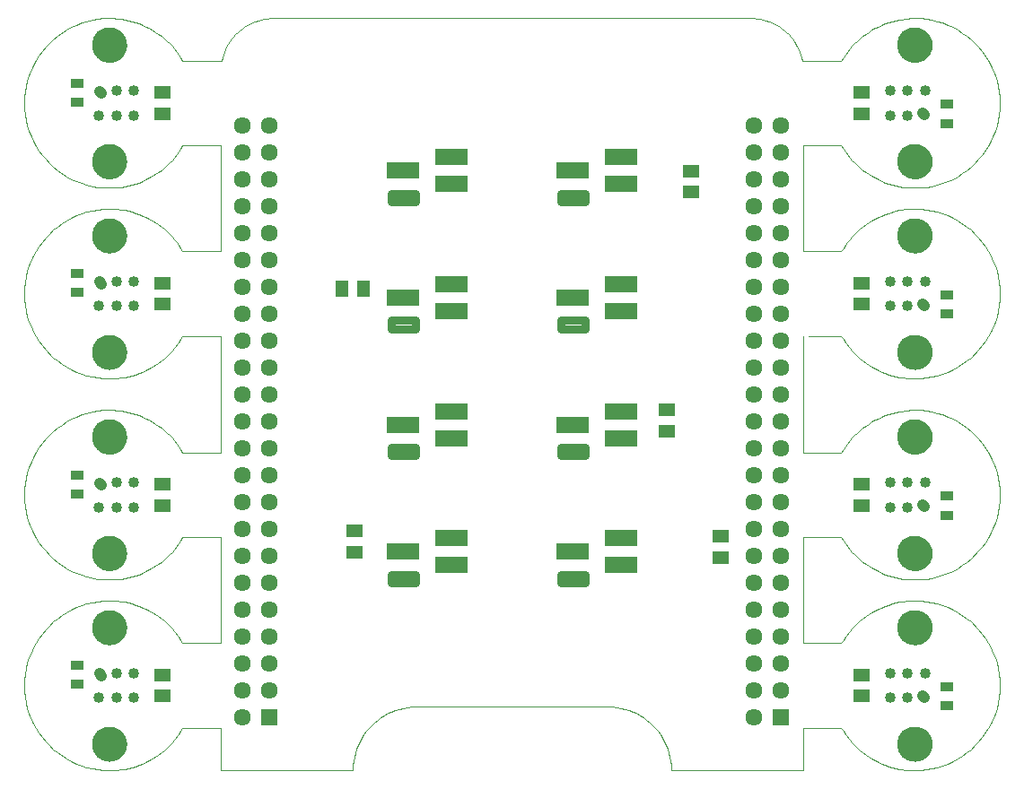
<source format=gts>
G75*
%MOIN*%
%OFA0B0*%
%FSLAX25Y25*%
%IPPOS*%
%LPD*%
%AMOC8*
5,1,8,0,0,1.08239X$1,22.5*
%
%ADD10C,0.00000*%
%ADD11C,0.12998*%
%ADD12R,0.05124X0.03550*%
%ADD13C,0.03153*%
%ADD14R,0.12211X0.06306*%
%ADD15C,0.03983*%
%ADD16C,0.03983*%
%ADD17R,0.05912X0.04731*%
%ADD18R,0.06337X0.06337*%
%ADD19C,0.06337*%
%ADD20R,0.04731X0.05912*%
D10*
X0022120Y0061838D02*
X0024098Y0061219D01*
X0026149Y0060800D01*
X0028199Y0060380D01*
X0030322Y0060160D01*
X0033953Y0060160D01*
X0035387Y0060259D01*
X0036791Y0060450D01*
X0038195Y0060642D01*
X0039570Y0060926D01*
X0040909Y0061297D01*
X0042248Y0061668D01*
X0043550Y0062124D01*
X0044811Y0062661D01*
X0046072Y0063198D01*
X0047291Y0063814D01*
X0049631Y0065195D01*
X0050752Y0065958D01*
X0051819Y0066789D01*
X0052886Y0067620D01*
X0053897Y0068518D01*
X0054848Y0069477D01*
X0055799Y0070436D01*
X0056688Y0071455D01*
X0058333Y0073603D01*
X0059087Y0074731D01*
X0059768Y0075908D01*
X0073831Y0075908D01*
X0073831Y0060160D01*
X0123044Y0060160D01*
X0123044Y0062011D01*
X0123208Y0063587D01*
X0123519Y0065109D01*
X0123831Y0066632D01*
X0124290Y0068100D01*
X0124882Y0069499D01*
X0125474Y0070898D01*
X0126198Y0072227D01*
X0127038Y0073471D01*
X0127879Y0074715D01*
X0128836Y0075874D01*
X0129894Y0076932D01*
X0130952Y0077990D01*
X0132111Y0078947D01*
X0133355Y0079788D01*
X0134599Y0080628D01*
X0135928Y0081352D01*
X0137327Y0081944D01*
X0138726Y0082536D01*
X0140194Y0082995D01*
X0141717Y0083307D01*
X0143239Y0083618D01*
X0144815Y0083782D01*
X0219383Y0083782D01*
X0220959Y0083618D01*
X0222482Y0083307D01*
X0224004Y0082995D01*
X0225472Y0082536D01*
X0226871Y0081944D01*
X0228270Y0081352D01*
X0229600Y0080628D01*
X0230844Y0079788D01*
X0232088Y0078947D01*
X0233247Y0077990D01*
X0235363Y0075874D01*
X0236320Y0074715D01*
X0237160Y0073471D01*
X0238001Y0072227D01*
X0238725Y0070898D01*
X0239317Y0069499D01*
X0239908Y0068100D01*
X0240368Y0066632D01*
X0240679Y0065109D01*
X0240991Y0063587D01*
X0241154Y0062011D01*
X0241154Y0060160D01*
X0290367Y0060160D01*
X0290367Y0075908D01*
X0304437Y0075908D01*
X0305118Y0074731D01*
X0305872Y0073603D01*
X0307516Y0071455D01*
X0308406Y0070436D01*
X0309357Y0069477D01*
X0310307Y0068518D01*
X0311319Y0067620D01*
X0312386Y0066789D01*
X0313453Y0065958D01*
X0314574Y0065195D01*
X0315744Y0064505D01*
X0316914Y0063814D01*
X0318133Y0063198D01*
X0319393Y0062661D01*
X0320654Y0062124D01*
X0321957Y0061668D01*
X0323296Y0061297D01*
X0324635Y0060926D01*
X0326009Y0060642D01*
X0328818Y0060259D01*
X0330252Y0060160D01*
X0333883Y0060160D01*
X0336006Y0060380D01*
X0338056Y0060800D01*
X0340107Y0061219D01*
X0342084Y0061838D01*
X0343968Y0062635D01*
X0345852Y0063432D01*
X0347643Y0064407D01*
X0349318Y0065539D01*
X0350994Y0066671D01*
X0352555Y0067960D01*
X0353980Y0069385D01*
X0355405Y0070810D01*
X0356694Y0072371D01*
X0358958Y0075722D01*
X0359933Y0077512D01*
X0361527Y0081280D01*
X0362145Y0083258D01*
X0362565Y0085308D01*
X0362984Y0087359D01*
X0363205Y0089482D01*
X0363205Y0093830D01*
X0362984Y0095953D01*
X0362565Y0098003D01*
X0362145Y0100054D01*
X0361527Y0102032D01*
X0360730Y0103916D01*
X0359933Y0105800D01*
X0358958Y0107590D01*
X0357826Y0109266D01*
X0356694Y0110941D01*
X0355405Y0112502D01*
X0352555Y0115352D01*
X0350994Y0116641D01*
X0347643Y0118905D01*
X0345852Y0119880D01*
X0343968Y0120677D01*
X0342084Y0121474D01*
X0340107Y0122092D01*
X0338056Y0122512D01*
X0336006Y0122932D01*
X0333883Y0123152D01*
X0330252Y0123152D01*
X0328818Y0123053D01*
X0327414Y0122861D01*
X0326009Y0122670D01*
X0324635Y0122385D01*
X0323296Y0122015D01*
X0321957Y0121644D01*
X0320654Y0121187D01*
X0319393Y0120651D01*
X0318133Y0120114D01*
X0316914Y0119497D01*
X0315744Y0118807D01*
X0314574Y0118117D01*
X0313453Y0117353D01*
X0312386Y0116523D01*
X0311319Y0115692D01*
X0310307Y0114794D01*
X0309357Y0113835D01*
X0308406Y0112876D01*
X0307516Y0111857D01*
X0305872Y0109709D01*
X0305118Y0108580D01*
X0304437Y0107404D01*
X0290367Y0107404D01*
X0290367Y0146772D01*
X0304437Y0146772D01*
X0305118Y0145595D01*
X0305872Y0144467D01*
X0307516Y0142319D01*
X0308406Y0141299D01*
X0309357Y0140341D01*
X0310307Y0139382D01*
X0311319Y0138484D01*
X0312386Y0137653D01*
X0313453Y0136822D01*
X0314574Y0136059D01*
X0315744Y0135368D01*
X0316914Y0134678D01*
X0318133Y0134062D01*
X0319393Y0133525D01*
X0320654Y0132988D01*
X0321957Y0132531D01*
X0323296Y0132161D01*
X0324635Y0131790D01*
X0326009Y0131506D01*
X0327414Y0131314D01*
X0328818Y0131123D01*
X0330252Y0131024D01*
X0333883Y0131024D01*
X0336006Y0131244D01*
X0338056Y0131664D01*
X0340107Y0132083D01*
X0342084Y0132702D01*
X0343968Y0133499D01*
X0345852Y0134296D01*
X0347643Y0135271D01*
X0349318Y0136403D01*
X0350994Y0137535D01*
X0352555Y0138824D01*
X0355405Y0141674D01*
X0356694Y0143234D01*
X0357826Y0144910D01*
X0358958Y0146586D01*
X0359933Y0148376D01*
X0360730Y0150260D01*
X0361527Y0152144D01*
X0362145Y0154122D01*
X0362565Y0156172D01*
X0362984Y0158223D01*
X0363205Y0160345D01*
X0363205Y0164694D01*
X0362984Y0166817D01*
X0362565Y0168867D01*
X0362145Y0170918D01*
X0361527Y0172895D01*
X0359933Y0176664D01*
X0358958Y0178454D01*
X0356694Y0181805D01*
X0355405Y0183366D01*
X0352555Y0186216D01*
X0350994Y0187505D01*
X0347643Y0189769D01*
X0345852Y0190744D01*
X0343968Y0191541D01*
X0342084Y0192338D01*
X0340107Y0192956D01*
X0338056Y0193376D01*
X0336006Y0193795D01*
X0333883Y0194016D01*
X0330252Y0194016D01*
X0328818Y0193917D01*
X0326009Y0193533D01*
X0324635Y0193249D01*
X0321957Y0192508D01*
X0320654Y0192051D01*
X0319393Y0191515D01*
X0318133Y0190978D01*
X0316914Y0190361D01*
X0315744Y0189671D01*
X0314574Y0188981D01*
X0313453Y0188217D01*
X0312386Y0187386D01*
X0311319Y0186556D01*
X0310307Y0185658D01*
X0309357Y0184699D01*
X0308406Y0183740D01*
X0307516Y0182721D01*
X0306694Y0181647D01*
X0305872Y0180573D01*
X0305118Y0179444D01*
X0304437Y0178268D01*
X0290367Y0178268D01*
X0290367Y0221575D01*
X0292126Y0221575D02*
X0304437Y0221575D01*
X0305118Y0220398D01*
X0305872Y0219270D01*
X0307516Y0217122D01*
X0308406Y0216103D01*
X0309357Y0215144D01*
X0310307Y0214185D01*
X0311319Y0213287D01*
X0312386Y0212456D01*
X0313453Y0211625D01*
X0314574Y0210862D01*
X0315744Y0210172D01*
X0316914Y0209481D01*
X0318133Y0208865D01*
X0319393Y0208328D01*
X0320654Y0207791D01*
X0321957Y0207335D01*
X0323296Y0206964D01*
X0324635Y0206593D01*
X0326009Y0206309D01*
X0327414Y0206118D01*
X0328818Y0205926D01*
X0330252Y0205827D01*
X0333883Y0205827D01*
X0336006Y0206047D01*
X0338056Y0206467D01*
X0340107Y0206886D01*
X0342084Y0207505D01*
X0343968Y0208302D01*
X0345852Y0209099D01*
X0347643Y0210074D01*
X0350994Y0212338D01*
X0352555Y0213627D01*
X0355405Y0216477D01*
X0356694Y0218038D01*
X0357826Y0219713D01*
X0358958Y0221389D01*
X0359933Y0223179D01*
X0361527Y0226947D01*
X0362145Y0228925D01*
X0362565Y0230975D01*
X0362984Y0233026D01*
X0363205Y0235149D01*
X0363205Y0239497D01*
X0362984Y0241620D01*
X0362565Y0243670D01*
X0362145Y0245721D01*
X0361527Y0247698D01*
X0360730Y0249583D01*
X0359933Y0251467D01*
X0358958Y0253257D01*
X0357826Y0254933D01*
X0356694Y0256608D01*
X0355405Y0258169D01*
X0353980Y0259594D01*
X0352555Y0261019D01*
X0350994Y0262308D01*
X0347643Y0264572D01*
X0345852Y0265547D01*
X0343968Y0266344D01*
X0342084Y0267141D01*
X0340107Y0267759D01*
X0338056Y0268179D01*
X0336006Y0268599D01*
X0333883Y0268819D01*
X0330252Y0268819D01*
X0328818Y0268720D01*
X0326009Y0268337D01*
X0324635Y0268052D01*
X0321957Y0267311D01*
X0320654Y0266854D01*
X0319393Y0266318D01*
X0318133Y0265781D01*
X0316914Y0265164D01*
X0315744Y0264474D01*
X0314574Y0263784D01*
X0313453Y0263020D01*
X0312386Y0262190D01*
X0311319Y0261359D01*
X0310307Y0260461D01*
X0309357Y0259502D01*
X0308406Y0258543D01*
X0307516Y0257524D01*
X0306694Y0256450D01*
X0305872Y0255376D01*
X0305118Y0254247D01*
X0304437Y0253071D01*
X0290367Y0253071D01*
X0290367Y0292443D01*
X0304437Y0292443D01*
X0305118Y0291267D01*
X0305872Y0290138D01*
X0307516Y0287991D01*
X0308406Y0286971D01*
X0309357Y0286012D01*
X0310307Y0285053D01*
X0311319Y0284155D01*
X0312386Y0283325D01*
X0313453Y0282494D01*
X0314574Y0281730D01*
X0315744Y0281040D01*
X0316914Y0280350D01*
X0318133Y0279733D01*
X0320654Y0278660D01*
X0321957Y0278203D01*
X0324635Y0277462D01*
X0326009Y0277178D01*
X0327414Y0276986D01*
X0328818Y0276794D01*
X0330252Y0276695D01*
X0333883Y0276695D01*
X0336006Y0276916D01*
X0338056Y0277335D01*
X0340107Y0277755D01*
X0342084Y0278373D01*
X0343968Y0279170D01*
X0345852Y0279967D01*
X0347643Y0280942D01*
X0349318Y0282074D01*
X0350994Y0283206D01*
X0352555Y0284495D01*
X0353980Y0285920D01*
X0355405Y0287345D01*
X0356694Y0288906D01*
X0358958Y0292257D01*
X0359933Y0294048D01*
X0360730Y0295932D01*
X0361527Y0297816D01*
X0362145Y0299794D01*
X0362565Y0301844D01*
X0362984Y0303894D01*
X0363205Y0306017D01*
X0363205Y0310366D01*
X0362984Y0312489D01*
X0362565Y0314539D01*
X0362145Y0316589D01*
X0361527Y0318567D01*
X0359933Y0322335D01*
X0358958Y0324126D01*
X0356694Y0327477D01*
X0355405Y0329038D01*
X0353980Y0330462D01*
X0352555Y0331887D01*
X0350994Y0333176D01*
X0349318Y0334308D01*
X0347643Y0335440D01*
X0345852Y0336415D01*
X0343968Y0337212D01*
X0342084Y0338009D01*
X0340107Y0338628D01*
X0338056Y0339048D01*
X0336006Y0339467D01*
X0333883Y0339687D01*
X0330252Y0339687D01*
X0328818Y0339588D01*
X0326009Y0339205D01*
X0324635Y0338921D01*
X0323296Y0338550D01*
X0321957Y0338180D01*
X0320654Y0337723D01*
X0319393Y0337186D01*
X0318133Y0336649D01*
X0316914Y0336033D01*
X0315744Y0335343D01*
X0314574Y0334653D01*
X0313453Y0333889D01*
X0312386Y0333058D01*
X0311319Y0332227D01*
X0310307Y0331329D01*
X0309357Y0330370D01*
X0308406Y0329412D01*
X0307516Y0328392D01*
X0305872Y0326244D01*
X0305118Y0325116D01*
X0304437Y0323939D01*
X0289972Y0323939D01*
X0289744Y0325062D01*
X0289420Y0326151D01*
X0289010Y0327196D01*
X0288599Y0328241D01*
X0288102Y0329242D01*
X0286952Y0331139D01*
X0286299Y0332036D01*
X0285578Y0332871D01*
X0284856Y0333706D01*
X0284065Y0334479D01*
X0283214Y0335183D01*
X0282363Y0335886D01*
X0281452Y0336519D01*
X0280489Y0337074D01*
X0279527Y0337628D01*
X0278513Y0338103D01*
X0277457Y0338490D01*
X0276401Y0338877D01*
X0275302Y0339177D01*
X0274170Y0339379D01*
X0273038Y0339582D01*
X0271872Y0339687D01*
X0092326Y0339687D01*
X0091160Y0339582D01*
X0090028Y0339379D01*
X0088896Y0339177D01*
X0087798Y0338877D01*
X0086741Y0338490D01*
X0085685Y0338103D01*
X0084671Y0337628D01*
X0083709Y0337074D01*
X0082747Y0336519D01*
X0081835Y0335886D01*
X0080984Y0335183D01*
X0080133Y0334479D01*
X0079343Y0333706D01*
X0078621Y0332871D01*
X0077899Y0332036D01*
X0077246Y0331139D01*
X0076096Y0329242D01*
X0075599Y0328241D01*
X0075189Y0327196D01*
X0074778Y0326151D01*
X0074455Y0325062D01*
X0074227Y0323939D01*
X0059768Y0323939D01*
X0059087Y0325116D01*
X0058333Y0326244D01*
X0057511Y0327318D01*
X0056688Y0328392D01*
X0055799Y0329412D01*
X0054848Y0330370D01*
X0053897Y0331329D01*
X0052886Y0332227D01*
X0051819Y0333058D01*
X0050752Y0333889D01*
X0049631Y0334653D01*
X0047291Y0336033D01*
X0046072Y0336649D01*
X0044811Y0337186D01*
X0043550Y0337723D01*
X0042248Y0338180D01*
X0040909Y0338550D01*
X0039570Y0338921D01*
X0038195Y0339205D01*
X0036791Y0339397D01*
X0035387Y0339588D01*
X0033953Y0339687D01*
X0030322Y0339687D01*
X0028199Y0339467D01*
X0026149Y0339047D01*
X0024098Y0338628D01*
X0022120Y0338009D01*
X0020236Y0337212D01*
X0018352Y0336415D01*
X0016562Y0335440D01*
X0013211Y0333176D01*
X0011650Y0331887D01*
X0010225Y0330462D01*
X0008800Y0329037D01*
X0007511Y0327477D01*
X0006379Y0325801D01*
X0005247Y0324125D01*
X0004272Y0322335D01*
X0002678Y0318567D01*
X0002059Y0316589D01*
X0001640Y0314539D01*
X0001220Y0312489D01*
X0001000Y0310366D01*
X0001000Y0306017D01*
X0001220Y0303894D01*
X0001640Y0301844D01*
X0002059Y0299793D01*
X0002678Y0297816D01*
X0003475Y0295932D01*
X0004272Y0294048D01*
X0005247Y0292257D01*
X0006379Y0290582D01*
X0007511Y0288906D01*
X0008800Y0287345D01*
X0010225Y0285920D01*
X0011650Y0284495D01*
X0013211Y0283206D01*
X0016562Y0280942D01*
X0018352Y0279967D01*
X0020236Y0279170D01*
X0022120Y0278373D01*
X0024098Y0277755D01*
X0026149Y0277335D01*
X0028199Y0276916D01*
X0030322Y0276695D01*
X0033953Y0276695D01*
X0035387Y0276794D01*
X0036791Y0276986D01*
X0038195Y0277178D01*
X0039570Y0277462D01*
X0040909Y0277832D01*
X0042248Y0278203D01*
X0043550Y0278660D01*
X0044811Y0279197D01*
X0046072Y0279733D01*
X0047291Y0280350D01*
X0049631Y0281730D01*
X0050752Y0282494D01*
X0051819Y0283325D01*
X0052886Y0284155D01*
X0053897Y0285053D01*
X0054848Y0286012D01*
X0055799Y0286971D01*
X0056688Y0287991D01*
X0057511Y0289064D01*
X0058333Y0290138D01*
X0059087Y0291267D01*
X0059768Y0292443D01*
X0073831Y0292443D01*
X0073831Y0253071D01*
X0059768Y0253071D01*
X0059087Y0254247D01*
X0058333Y0255376D01*
X0057510Y0256450D01*
X0056688Y0257524D01*
X0055799Y0258543D01*
X0054848Y0259502D01*
X0053897Y0260461D01*
X0052886Y0261359D01*
X0051819Y0262190D01*
X0050752Y0263020D01*
X0049631Y0263784D01*
X0047290Y0265164D01*
X0046072Y0265781D01*
X0044811Y0266318D01*
X0043550Y0266854D01*
X0042248Y0267311D01*
X0040909Y0267682D01*
X0039570Y0268052D01*
X0038195Y0268337D01*
X0036791Y0268528D01*
X0035387Y0268720D01*
X0033953Y0268819D01*
X0030322Y0268819D01*
X0028199Y0268599D01*
X0026149Y0268179D01*
X0024098Y0267759D01*
X0022120Y0267141D01*
X0020236Y0266344D01*
X0018352Y0265547D01*
X0016562Y0264572D01*
X0014886Y0263440D01*
X0013211Y0262308D01*
X0011650Y0261019D01*
X0010225Y0259594D01*
X0008800Y0258169D01*
X0007511Y0256608D01*
X0006379Y0254933D01*
X0005247Y0253257D01*
X0004272Y0251467D01*
X0002678Y0247698D01*
X0002059Y0245721D01*
X0001640Y0243670D01*
X0001220Y0241620D01*
X0001000Y0239497D01*
X0001000Y0235149D01*
X0001220Y0233026D01*
X0001640Y0230975D01*
X0002059Y0228925D01*
X0002678Y0226947D01*
X0003475Y0225063D01*
X0004272Y0223179D01*
X0005247Y0221389D01*
X0006379Y0219713D01*
X0007511Y0218037D01*
X0008800Y0216477D01*
X0011650Y0213627D01*
X0013211Y0212338D01*
X0014886Y0211206D01*
X0016562Y0210074D01*
X0018352Y0209099D01*
X0020236Y0208302D01*
X0022120Y0207505D01*
X0024098Y0206886D01*
X0026149Y0206467D01*
X0028199Y0206047D01*
X0030322Y0205827D01*
X0033953Y0205827D01*
X0035387Y0205926D01*
X0036791Y0206117D01*
X0038195Y0206309D01*
X0039570Y0206593D01*
X0040909Y0206964D01*
X0042248Y0207334D01*
X0043550Y0207791D01*
X0044811Y0208328D01*
X0046072Y0208865D01*
X0047291Y0209481D01*
X0049631Y0210862D01*
X0050752Y0211625D01*
X0051819Y0212456D01*
X0052886Y0213287D01*
X0053897Y0214185D01*
X0054848Y0215144D01*
X0055799Y0216102D01*
X0056688Y0217122D01*
X0058333Y0219270D01*
X0059087Y0220398D01*
X0059768Y0221575D01*
X0073831Y0221575D01*
X0073831Y0178268D01*
X0059768Y0178268D01*
X0059087Y0179444D01*
X0058333Y0180573D01*
X0057511Y0181647D01*
X0056688Y0182721D01*
X0055799Y0183740D01*
X0054848Y0184699D01*
X0053897Y0185658D01*
X0052886Y0186556D01*
X0051819Y0187386D01*
X0050752Y0188217D01*
X0049631Y0188981D01*
X0047291Y0190361D01*
X0046072Y0190978D01*
X0044811Y0191515D01*
X0043550Y0192051D01*
X0042248Y0192508D01*
X0039570Y0193249D01*
X0038195Y0193533D01*
X0036791Y0193725D01*
X0035387Y0193917D01*
X0033953Y0194016D01*
X0030322Y0194016D01*
X0028199Y0193795D01*
X0026149Y0193376D01*
X0024098Y0192956D01*
X0022120Y0192338D01*
X0020236Y0191541D01*
X0018352Y0190744D01*
X0016562Y0189769D01*
X0014886Y0188637D01*
X0013211Y0187505D01*
X0011650Y0186216D01*
X0010225Y0184791D01*
X0008800Y0183366D01*
X0007511Y0181805D01*
X0006379Y0180129D01*
X0005247Y0178454D01*
X0004272Y0176663D01*
X0003475Y0174779D01*
X0002678Y0172895D01*
X0002059Y0170918D01*
X0001640Y0168867D01*
X0001220Y0166817D01*
X0001000Y0164694D01*
X0001000Y0160345D01*
X0001220Y0158222D01*
X0001640Y0156172D01*
X0002059Y0154122D01*
X0002678Y0152144D01*
X0004272Y0148376D01*
X0005247Y0146586D01*
X0006379Y0144910D01*
X0007511Y0143234D01*
X0008800Y0141674D01*
X0010225Y0140249D01*
X0011650Y0138824D01*
X0013211Y0137535D01*
X0016562Y0135271D01*
X0018352Y0134296D01*
X0020236Y0133499D01*
X0022120Y0132702D01*
X0024098Y0132083D01*
X0028199Y0131244D01*
X0030322Y0131024D01*
X0033953Y0131024D01*
X0035387Y0131123D01*
X0036791Y0131314D01*
X0038195Y0131506D01*
X0039570Y0131790D01*
X0040909Y0132161D01*
X0042248Y0132531D01*
X0043550Y0132988D01*
X0044811Y0133525D01*
X0046072Y0134062D01*
X0047291Y0134678D01*
X0049631Y0136059D01*
X0050752Y0136822D01*
X0051819Y0137653D01*
X0052886Y0138484D01*
X0053897Y0139382D01*
X0054848Y0140341D01*
X0055799Y0141299D01*
X0056688Y0142319D01*
X0058333Y0144467D01*
X0059087Y0145595D01*
X0059768Y0146772D01*
X0073831Y0146772D01*
X0073831Y0107404D01*
X0059768Y0107404D01*
X0059087Y0108580D01*
X0058333Y0109709D01*
X0056688Y0111857D01*
X0055799Y0112876D01*
X0054848Y0113835D01*
X0053897Y0114794D01*
X0052886Y0115692D01*
X0051819Y0116523D01*
X0050752Y0117353D01*
X0049631Y0118117D01*
X0047291Y0119497D01*
X0046072Y0120114D01*
X0044811Y0120651D01*
X0043550Y0121187D01*
X0042248Y0121644D01*
X0040909Y0122015D01*
X0039570Y0122385D01*
X0038195Y0122670D01*
X0036791Y0122861D01*
X0035387Y0123053D01*
X0033953Y0123152D01*
X0030322Y0123152D01*
X0028199Y0122932D01*
X0026149Y0122512D01*
X0024098Y0122092D01*
X0022120Y0121474D01*
X0020236Y0120677D01*
X0018352Y0119880D01*
X0016562Y0118905D01*
X0014886Y0117773D01*
X0013211Y0116641D01*
X0011650Y0115352D01*
X0010225Y0113927D01*
X0008800Y0112502D01*
X0007511Y0110941D01*
X0006379Y0109266D01*
X0005247Y0107590D01*
X0004272Y0105800D01*
X0003475Y0103916D01*
X0002678Y0102031D01*
X0002059Y0100054D01*
X0001640Y0098003D01*
X0001220Y0095953D01*
X0001000Y0093830D01*
X0001000Y0089481D01*
X0001220Y0087359D01*
X0001640Y0085308D01*
X0002059Y0083258D01*
X0002678Y0081280D01*
X0004272Y0077512D01*
X0005247Y0075722D01*
X0006379Y0074046D01*
X0007511Y0072371D01*
X0008800Y0070810D01*
X0010225Y0069385D01*
X0011650Y0067960D01*
X0013211Y0066671D01*
X0016562Y0064407D01*
X0018352Y0063432D01*
X0020236Y0062635D01*
X0022120Y0061838D01*
X0026197Y0069961D02*
X0026199Y0070119D01*
X0026205Y0070277D01*
X0026215Y0070435D01*
X0026229Y0070593D01*
X0026247Y0070750D01*
X0026268Y0070907D01*
X0026294Y0071063D01*
X0026324Y0071219D01*
X0026357Y0071374D01*
X0026395Y0071527D01*
X0026436Y0071680D01*
X0026481Y0071832D01*
X0026530Y0071983D01*
X0026583Y0072132D01*
X0026639Y0072280D01*
X0026699Y0072426D01*
X0026763Y0072571D01*
X0026831Y0072714D01*
X0026902Y0072856D01*
X0026976Y0072996D01*
X0027054Y0073133D01*
X0027136Y0073269D01*
X0027220Y0073403D01*
X0027309Y0073534D01*
X0027400Y0073663D01*
X0027495Y0073790D01*
X0027592Y0073915D01*
X0027693Y0074037D01*
X0027797Y0074156D01*
X0027904Y0074273D01*
X0028014Y0074387D01*
X0028127Y0074498D01*
X0028242Y0074607D01*
X0028360Y0074712D01*
X0028481Y0074814D01*
X0028604Y0074914D01*
X0028730Y0075010D01*
X0028858Y0075103D01*
X0028988Y0075193D01*
X0029121Y0075279D01*
X0029256Y0075363D01*
X0029392Y0075442D01*
X0029531Y0075519D01*
X0029672Y0075591D01*
X0029814Y0075661D01*
X0029958Y0075726D01*
X0030104Y0075788D01*
X0030251Y0075846D01*
X0030400Y0075901D01*
X0030550Y0075952D01*
X0030701Y0075999D01*
X0030853Y0076042D01*
X0031006Y0076081D01*
X0031161Y0076117D01*
X0031316Y0076148D01*
X0031472Y0076176D01*
X0031628Y0076200D01*
X0031785Y0076220D01*
X0031943Y0076236D01*
X0032100Y0076248D01*
X0032259Y0076256D01*
X0032417Y0076260D01*
X0032575Y0076260D01*
X0032733Y0076256D01*
X0032892Y0076248D01*
X0033049Y0076236D01*
X0033207Y0076220D01*
X0033364Y0076200D01*
X0033520Y0076176D01*
X0033676Y0076148D01*
X0033831Y0076117D01*
X0033986Y0076081D01*
X0034139Y0076042D01*
X0034291Y0075999D01*
X0034442Y0075952D01*
X0034592Y0075901D01*
X0034741Y0075846D01*
X0034888Y0075788D01*
X0035034Y0075726D01*
X0035178Y0075661D01*
X0035320Y0075591D01*
X0035461Y0075519D01*
X0035600Y0075442D01*
X0035736Y0075363D01*
X0035871Y0075279D01*
X0036004Y0075193D01*
X0036134Y0075103D01*
X0036262Y0075010D01*
X0036388Y0074914D01*
X0036511Y0074814D01*
X0036632Y0074712D01*
X0036750Y0074607D01*
X0036865Y0074498D01*
X0036978Y0074387D01*
X0037088Y0074273D01*
X0037195Y0074156D01*
X0037299Y0074037D01*
X0037400Y0073915D01*
X0037497Y0073790D01*
X0037592Y0073663D01*
X0037683Y0073534D01*
X0037772Y0073403D01*
X0037856Y0073269D01*
X0037938Y0073133D01*
X0038016Y0072996D01*
X0038090Y0072856D01*
X0038161Y0072714D01*
X0038229Y0072571D01*
X0038293Y0072426D01*
X0038353Y0072280D01*
X0038409Y0072132D01*
X0038462Y0071983D01*
X0038511Y0071832D01*
X0038556Y0071680D01*
X0038597Y0071527D01*
X0038635Y0071374D01*
X0038668Y0071219D01*
X0038698Y0071063D01*
X0038724Y0070907D01*
X0038745Y0070750D01*
X0038763Y0070593D01*
X0038777Y0070435D01*
X0038787Y0070277D01*
X0038793Y0070119D01*
X0038795Y0069961D01*
X0038793Y0069803D01*
X0038787Y0069645D01*
X0038777Y0069487D01*
X0038763Y0069329D01*
X0038745Y0069172D01*
X0038724Y0069015D01*
X0038698Y0068859D01*
X0038668Y0068703D01*
X0038635Y0068548D01*
X0038597Y0068395D01*
X0038556Y0068242D01*
X0038511Y0068090D01*
X0038462Y0067939D01*
X0038409Y0067790D01*
X0038353Y0067642D01*
X0038293Y0067496D01*
X0038229Y0067351D01*
X0038161Y0067208D01*
X0038090Y0067066D01*
X0038016Y0066926D01*
X0037938Y0066789D01*
X0037856Y0066653D01*
X0037772Y0066519D01*
X0037683Y0066388D01*
X0037592Y0066259D01*
X0037497Y0066132D01*
X0037400Y0066007D01*
X0037299Y0065885D01*
X0037195Y0065766D01*
X0037088Y0065649D01*
X0036978Y0065535D01*
X0036865Y0065424D01*
X0036750Y0065315D01*
X0036632Y0065210D01*
X0036511Y0065108D01*
X0036388Y0065008D01*
X0036262Y0064912D01*
X0036134Y0064819D01*
X0036004Y0064729D01*
X0035871Y0064643D01*
X0035736Y0064559D01*
X0035600Y0064480D01*
X0035461Y0064403D01*
X0035320Y0064331D01*
X0035178Y0064261D01*
X0035034Y0064196D01*
X0034888Y0064134D01*
X0034741Y0064076D01*
X0034592Y0064021D01*
X0034442Y0063970D01*
X0034291Y0063923D01*
X0034139Y0063880D01*
X0033986Y0063841D01*
X0033831Y0063805D01*
X0033676Y0063774D01*
X0033520Y0063746D01*
X0033364Y0063722D01*
X0033207Y0063702D01*
X0033049Y0063686D01*
X0032892Y0063674D01*
X0032733Y0063666D01*
X0032575Y0063662D01*
X0032417Y0063662D01*
X0032259Y0063666D01*
X0032100Y0063674D01*
X0031943Y0063686D01*
X0031785Y0063702D01*
X0031628Y0063722D01*
X0031472Y0063746D01*
X0031316Y0063774D01*
X0031161Y0063805D01*
X0031006Y0063841D01*
X0030853Y0063880D01*
X0030701Y0063923D01*
X0030550Y0063970D01*
X0030400Y0064021D01*
X0030251Y0064076D01*
X0030104Y0064134D01*
X0029958Y0064196D01*
X0029814Y0064261D01*
X0029672Y0064331D01*
X0029531Y0064403D01*
X0029392Y0064480D01*
X0029256Y0064559D01*
X0029121Y0064643D01*
X0028988Y0064729D01*
X0028858Y0064819D01*
X0028730Y0064912D01*
X0028604Y0065008D01*
X0028481Y0065108D01*
X0028360Y0065210D01*
X0028242Y0065315D01*
X0028127Y0065424D01*
X0028014Y0065535D01*
X0027904Y0065649D01*
X0027797Y0065766D01*
X0027693Y0065885D01*
X0027592Y0066007D01*
X0027495Y0066132D01*
X0027400Y0066259D01*
X0027309Y0066388D01*
X0027220Y0066519D01*
X0027136Y0066653D01*
X0027054Y0066789D01*
X0026976Y0066926D01*
X0026902Y0067066D01*
X0026831Y0067208D01*
X0026763Y0067351D01*
X0026699Y0067496D01*
X0026639Y0067642D01*
X0026583Y0067790D01*
X0026530Y0067939D01*
X0026481Y0068090D01*
X0026436Y0068242D01*
X0026395Y0068395D01*
X0026357Y0068548D01*
X0026324Y0068703D01*
X0026294Y0068859D01*
X0026268Y0069015D01*
X0026247Y0069172D01*
X0026229Y0069329D01*
X0026215Y0069487D01*
X0026205Y0069645D01*
X0026199Y0069803D01*
X0026197Y0069961D01*
X0026197Y0113268D02*
X0026199Y0113426D01*
X0026205Y0113584D01*
X0026215Y0113742D01*
X0026229Y0113900D01*
X0026247Y0114057D01*
X0026268Y0114214D01*
X0026294Y0114370D01*
X0026324Y0114526D01*
X0026357Y0114681D01*
X0026395Y0114834D01*
X0026436Y0114987D01*
X0026481Y0115139D01*
X0026530Y0115290D01*
X0026583Y0115439D01*
X0026639Y0115587D01*
X0026699Y0115733D01*
X0026763Y0115878D01*
X0026831Y0116021D01*
X0026902Y0116163D01*
X0026976Y0116303D01*
X0027054Y0116440D01*
X0027136Y0116576D01*
X0027220Y0116710D01*
X0027309Y0116841D01*
X0027400Y0116970D01*
X0027495Y0117097D01*
X0027592Y0117222D01*
X0027693Y0117344D01*
X0027797Y0117463D01*
X0027904Y0117580D01*
X0028014Y0117694D01*
X0028127Y0117805D01*
X0028242Y0117914D01*
X0028360Y0118019D01*
X0028481Y0118121D01*
X0028604Y0118221D01*
X0028730Y0118317D01*
X0028858Y0118410D01*
X0028988Y0118500D01*
X0029121Y0118586D01*
X0029256Y0118670D01*
X0029392Y0118749D01*
X0029531Y0118826D01*
X0029672Y0118898D01*
X0029814Y0118968D01*
X0029958Y0119033D01*
X0030104Y0119095D01*
X0030251Y0119153D01*
X0030400Y0119208D01*
X0030550Y0119259D01*
X0030701Y0119306D01*
X0030853Y0119349D01*
X0031006Y0119388D01*
X0031161Y0119424D01*
X0031316Y0119455D01*
X0031472Y0119483D01*
X0031628Y0119507D01*
X0031785Y0119527D01*
X0031943Y0119543D01*
X0032100Y0119555D01*
X0032259Y0119563D01*
X0032417Y0119567D01*
X0032575Y0119567D01*
X0032733Y0119563D01*
X0032892Y0119555D01*
X0033049Y0119543D01*
X0033207Y0119527D01*
X0033364Y0119507D01*
X0033520Y0119483D01*
X0033676Y0119455D01*
X0033831Y0119424D01*
X0033986Y0119388D01*
X0034139Y0119349D01*
X0034291Y0119306D01*
X0034442Y0119259D01*
X0034592Y0119208D01*
X0034741Y0119153D01*
X0034888Y0119095D01*
X0035034Y0119033D01*
X0035178Y0118968D01*
X0035320Y0118898D01*
X0035461Y0118826D01*
X0035600Y0118749D01*
X0035736Y0118670D01*
X0035871Y0118586D01*
X0036004Y0118500D01*
X0036134Y0118410D01*
X0036262Y0118317D01*
X0036388Y0118221D01*
X0036511Y0118121D01*
X0036632Y0118019D01*
X0036750Y0117914D01*
X0036865Y0117805D01*
X0036978Y0117694D01*
X0037088Y0117580D01*
X0037195Y0117463D01*
X0037299Y0117344D01*
X0037400Y0117222D01*
X0037497Y0117097D01*
X0037592Y0116970D01*
X0037683Y0116841D01*
X0037772Y0116710D01*
X0037856Y0116576D01*
X0037938Y0116440D01*
X0038016Y0116303D01*
X0038090Y0116163D01*
X0038161Y0116021D01*
X0038229Y0115878D01*
X0038293Y0115733D01*
X0038353Y0115587D01*
X0038409Y0115439D01*
X0038462Y0115290D01*
X0038511Y0115139D01*
X0038556Y0114987D01*
X0038597Y0114834D01*
X0038635Y0114681D01*
X0038668Y0114526D01*
X0038698Y0114370D01*
X0038724Y0114214D01*
X0038745Y0114057D01*
X0038763Y0113900D01*
X0038777Y0113742D01*
X0038787Y0113584D01*
X0038793Y0113426D01*
X0038795Y0113268D01*
X0038793Y0113110D01*
X0038787Y0112952D01*
X0038777Y0112794D01*
X0038763Y0112636D01*
X0038745Y0112479D01*
X0038724Y0112322D01*
X0038698Y0112166D01*
X0038668Y0112010D01*
X0038635Y0111855D01*
X0038597Y0111702D01*
X0038556Y0111549D01*
X0038511Y0111397D01*
X0038462Y0111246D01*
X0038409Y0111097D01*
X0038353Y0110949D01*
X0038293Y0110803D01*
X0038229Y0110658D01*
X0038161Y0110515D01*
X0038090Y0110373D01*
X0038016Y0110233D01*
X0037938Y0110096D01*
X0037856Y0109960D01*
X0037772Y0109826D01*
X0037683Y0109695D01*
X0037592Y0109566D01*
X0037497Y0109439D01*
X0037400Y0109314D01*
X0037299Y0109192D01*
X0037195Y0109073D01*
X0037088Y0108956D01*
X0036978Y0108842D01*
X0036865Y0108731D01*
X0036750Y0108622D01*
X0036632Y0108517D01*
X0036511Y0108415D01*
X0036388Y0108315D01*
X0036262Y0108219D01*
X0036134Y0108126D01*
X0036004Y0108036D01*
X0035871Y0107950D01*
X0035736Y0107866D01*
X0035600Y0107787D01*
X0035461Y0107710D01*
X0035320Y0107638D01*
X0035178Y0107568D01*
X0035034Y0107503D01*
X0034888Y0107441D01*
X0034741Y0107383D01*
X0034592Y0107328D01*
X0034442Y0107277D01*
X0034291Y0107230D01*
X0034139Y0107187D01*
X0033986Y0107148D01*
X0033831Y0107112D01*
X0033676Y0107081D01*
X0033520Y0107053D01*
X0033364Y0107029D01*
X0033207Y0107009D01*
X0033049Y0106993D01*
X0032892Y0106981D01*
X0032733Y0106973D01*
X0032575Y0106969D01*
X0032417Y0106969D01*
X0032259Y0106973D01*
X0032100Y0106981D01*
X0031943Y0106993D01*
X0031785Y0107009D01*
X0031628Y0107029D01*
X0031472Y0107053D01*
X0031316Y0107081D01*
X0031161Y0107112D01*
X0031006Y0107148D01*
X0030853Y0107187D01*
X0030701Y0107230D01*
X0030550Y0107277D01*
X0030400Y0107328D01*
X0030251Y0107383D01*
X0030104Y0107441D01*
X0029958Y0107503D01*
X0029814Y0107568D01*
X0029672Y0107638D01*
X0029531Y0107710D01*
X0029392Y0107787D01*
X0029256Y0107866D01*
X0029121Y0107950D01*
X0028988Y0108036D01*
X0028858Y0108126D01*
X0028730Y0108219D01*
X0028604Y0108315D01*
X0028481Y0108415D01*
X0028360Y0108517D01*
X0028242Y0108622D01*
X0028127Y0108731D01*
X0028014Y0108842D01*
X0027904Y0108956D01*
X0027797Y0109073D01*
X0027693Y0109192D01*
X0027592Y0109314D01*
X0027495Y0109439D01*
X0027400Y0109566D01*
X0027309Y0109695D01*
X0027220Y0109826D01*
X0027136Y0109960D01*
X0027054Y0110096D01*
X0026976Y0110233D01*
X0026902Y0110373D01*
X0026831Y0110515D01*
X0026763Y0110658D01*
X0026699Y0110803D01*
X0026639Y0110949D01*
X0026583Y0111097D01*
X0026530Y0111246D01*
X0026481Y0111397D01*
X0026436Y0111549D01*
X0026395Y0111702D01*
X0026357Y0111855D01*
X0026324Y0112010D01*
X0026294Y0112166D01*
X0026268Y0112322D01*
X0026247Y0112479D01*
X0026229Y0112636D01*
X0026215Y0112794D01*
X0026205Y0112952D01*
X0026199Y0113110D01*
X0026197Y0113268D01*
X0026197Y0140827D02*
X0026199Y0140985D01*
X0026205Y0141143D01*
X0026215Y0141301D01*
X0026229Y0141459D01*
X0026247Y0141616D01*
X0026268Y0141773D01*
X0026294Y0141929D01*
X0026324Y0142085D01*
X0026357Y0142240D01*
X0026395Y0142393D01*
X0026436Y0142546D01*
X0026481Y0142698D01*
X0026530Y0142849D01*
X0026583Y0142998D01*
X0026639Y0143146D01*
X0026699Y0143292D01*
X0026763Y0143437D01*
X0026831Y0143580D01*
X0026902Y0143722D01*
X0026976Y0143862D01*
X0027054Y0143999D01*
X0027136Y0144135D01*
X0027220Y0144269D01*
X0027309Y0144400D01*
X0027400Y0144529D01*
X0027495Y0144656D01*
X0027592Y0144781D01*
X0027693Y0144903D01*
X0027797Y0145022D01*
X0027904Y0145139D01*
X0028014Y0145253D01*
X0028127Y0145364D01*
X0028242Y0145473D01*
X0028360Y0145578D01*
X0028481Y0145680D01*
X0028604Y0145780D01*
X0028730Y0145876D01*
X0028858Y0145969D01*
X0028988Y0146059D01*
X0029121Y0146145D01*
X0029256Y0146229D01*
X0029392Y0146308D01*
X0029531Y0146385D01*
X0029672Y0146457D01*
X0029814Y0146527D01*
X0029958Y0146592D01*
X0030104Y0146654D01*
X0030251Y0146712D01*
X0030400Y0146767D01*
X0030550Y0146818D01*
X0030701Y0146865D01*
X0030853Y0146908D01*
X0031006Y0146947D01*
X0031161Y0146983D01*
X0031316Y0147014D01*
X0031472Y0147042D01*
X0031628Y0147066D01*
X0031785Y0147086D01*
X0031943Y0147102D01*
X0032100Y0147114D01*
X0032259Y0147122D01*
X0032417Y0147126D01*
X0032575Y0147126D01*
X0032733Y0147122D01*
X0032892Y0147114D01*
X0033049Y0147102D01*
X0033207Y0147086D01*
X0033364Y0147066D01*
X0033520Y0147042D01*
X0033676Y0147014D01*
X0033831Y0146983D01*
X0033986Y0146947D01*
X0034139Y0146908D01*
X0034291Y0146865D01*
X0034442Y0146818D01*
X0034592Y0146767D01*
X0034741Y0146712D01*
X0034888Y0146654D01*
X0035034Y0146592D01*
X0035178Y0146527D01*
X0035320Y0146457D01*
X0035461Y0146385D01*
X0035600Y0146308D01*
X0035736Y0146229D01*
X0035871Y0146145D01*
X0036004Y0146059D01*
X0036134Y0145969D01*
X0036262Y0145876D01*
X0036388Y0145780D01*
X0036511Y0145680D01*
X0036632Y0145578D01*
X0036750Y0145473D01*
X0036865Y0145364D01*
X0036978Y0145253D01*
X0037088Y0145139D01*
X0037195Y0145022D01*
X0037299Y0144903D01*
X0037400Y0144781D01*
X0037497Y0144656D01*
X0037592Y0144529D01*
X0037683Y0144400D01*
X0037772Y0144269D01*
X0037856Y0144135D01*
X0037938Y0143999D01*
X0038016Y0143862D01*
X0038090Y0143722D01*
X0038161Y0143580D01*
X0038229Y0143437D01*
X0038293Y0143292D01*
X0038353Y0143146D01*
X0038409Y0142998D01*
X0038462Y0142849D01*
X0038511Y0142698D01*
X0038556Y0142546D01*
X0038597Y0142393D01*
X0038635Y0142240D01*
X0038668Y0142085D01*
X0038698Y0141929D01*
X0038724Y0141773D01*
X0038745Y0141616D01*
X0038763Y0141459D01*
X0038777Y0141301D01*
X0038787Y0141143D01*
X0038793Y0140985D01*
X0038795Y0140827D01*
X0038793Y0140669D01*
X0038787Y0140511D01*
X0038777Y0140353D01*
X0038763Y0140195D01*
X0038745Y0140038D01*
X0038724Y0139881D01*
X0038698Y0139725D01*
X0038668Y0139569D01*
X0038635Y0139414D01*
X0038597Y0139261D01*
X0038556Y0139108D01*
X0038511Y0138956D01*
X0038462Y0138805D01*
X0038409Y0138656D01*
X0038353Y0138508D01*
X0038293Y0138362D01*
X0038229Y0138217D01*
X0038161Y0138074D01*
X0038090Y0137932D01*
X0038016Y0137792D01*
X0037938Y0137655D01*
X0037856Y0137519D01*
X0037772Y0137385D01*
X0037683Y0137254D01*
X0037592Y0137125D01*
X0037497Y0136998D01*
X0037400Y0136873D01*
X0037299Y0136751D01*
X0037195Y0136632D01*
X0037088Y0136515D01*
X0036978Y0136401D01*
X0036865Y0136290D01*
X0036750Y0136181D01*
X0036632Y0136076D01*
X0036511Y0135974D01*
X0036388Y0135874D01*
X0036262Y0135778D01*
X0036134Y0135685D01*
X0036004Y0135595D01*
X0035871Y0135509D01*
X0035736Y0135425D01*
X0035600Y0135346D01*
X0035461Y0135269D01*
X0035320Y0135197D01*
X0035178Y0135127D01*
X0035034Y0135062D01*
X0034888Y0135000D01*
X0034741Y0134942D01*
X0034592Y0134887D01*
X0034442Y0134836D01*
X0034291Y0134789D01*
X0034139Y0134746D01*
X0033986Y0134707D01*
X0033831Y0134671D01*
X0033676Y0134640D01*
X0033520Y0134612D01*
X0033364Y0134588D01*
X0033207Y0134568D01*
X0033049Y0134552D01*
X0032892Y0134540D01*
X0032733Y0134532D01*
X0032575Y0134528D01*
X0032417Y0134528D01*
X0032259Y0134532D01*
X0032100Y0134540D01*
X0031943Y0134552D01*
X0031785Y0134568D01*
X0031628Y0134588D01*
X0031472Y0134612D01*
X0031316Y0134640D01*
X0031161Y0134671D01*
X0031006Y0134707D01*
X0030853Y0134746D01*
X0030701Y0134789D01*
X0030550Y0134836D01*
X0030400Y0134887D01*
X0030251Y0134942D01*
X0030104Y0135000D01*
X0029958Y0135062D01*
X0029814Y0135127D01*
X0029672Y0135197D01*
X0029531Y0135269D01*
X0029392Y0135346D01*
X0029256Y0135425D01*
X0029121Y0135509D01*
X0028988Y0135595D01*
X0028858Y0135685D01*
X0028730Y0135778D01*
X0028604Y0135874D01*
X0028481Y0135974D01*
X0028360Y0136076D01*
X0028242Y0136181D01*
X0028127Y0136290D01*
X0028014Y0136401D01*
X0027904Y0136515D01*
X0027797Y0136632D01*
X0027693Y0136751D01*
X0027592Y0136873D01*
X0027495Y0136998D01*
X0027400Y0137125D01*
X0027309Y0137254D01*
X0027220Y0137385D01*
X0027136Y0137519D01*
X0027054Y0137655D01*
X0026976Y0137792D01*
X0026902Y0137932D01*
X0026831Y0138074D01*
X0026763Y0138217D01*
X0026699Y0138362D01*
X0026639Y0138508D01*
X0026583Y0138656D01*
X0026530Y0138805D01*
X0026481Y0138956D01*
X0026436Y0139108D01*
X0026395Y0139261D01*
X0026357Y0139414D01*
X0026324Y0139569D01*
X0026294Y0139725D01*
X0026268Y0139881D01*
X0026247Y0140038D01*
X0026229Y0140195D01*
X0026215Y0140353D01*
X0026205Y0140511D01*
X0026199Y0140669D01*
X0026197Y0140827D01*
X0026197Y0184134D02*
X0026199Y0184292D01*
X0026205Y0184450D01*
X0026215Y0184608D01*
X0026229Y0184766D01*
X0026247Y0184923D01*
X0026268Y0185080D01*
X0026294Y0185236D01*
X0026324Y0185392D01*
X0026357Y0185547D01*
X0026395Y0185700D01*
X0026436Y0185853D01*
X0026481Y0186005D01*
X0026530Y0186156D01*
X0026583Y0186305D01*
X0026639Y0186453D01*
X0026699Y0186599D01*
X0026763Y0186744D01*
X0026831Y0186887D01*
X0026902Y0187029D01*
X0026976Y0187169D01*
X0027054Y0187306D01*
X0027136Y0187442D01*
X0027220Y0187576D01*
X0027309Y0187707D01*
X0027400Y0187836D01*
X0027495Y0187963D01*
X0027592Y0188088D01*
X0027693Y0188210D01*
X0027797Y0188329D01*
X0027904Y0188446D01*
X0028014Y0188560D01*
X0028127Y0188671D01*
X0028242Y0188780D01*
X0028360Y0188885D01*
X0028481Y0188987D01*
X0028604Y0189087D01*
X0028730Y0189183D01*
X0028858Y0189276D01*
X0028988Y0189366D01*
X0029121Y0189452D01*
X0029256Y0189536D01*
X0029392Y0189615D01*
X0029531Y0189692D01*
X0029672Y0189764D01*
X0029814Y0189834D01*
X0029958Y0189899D01*
X0030104Y0189961D01*
X0030251Y0190019D01*
X0030400Y0190074D01*
X0030550Y0190125D01*
X0030701Y0190172D01*
X0030853Y0190215D01*
X0031006Y0190254D01*
X0031161Y0190290D01*
X0031316Y0190321D01*
X0031472Y0190349D01*
X0031628Y0190373D01*
X0031785Y0190393D01*
X0031943Y0190409D01*
X0032100Y0190421D01*
X0032259Y0190429D01*
X0032417Y0190433D01*
X0032575Y0190433D01*
X0032733Y0190429D01*
X0032892Y0190421D01*
X0033049Y0190409D01*
X0033207Y0190393D01*
X0033364Y0190373D01*
X0033520Y0190349D01*
X0033676Y0190321D01*
X0033831Y0190290D01*
X0033986Y0190254D01*
X0034139Y0190215D01*
X0034291Y0190172D01*
X0034442Y0190125D01*
X0034592Y0190074D01*
X0034741Y0190019D01*
X0034888Y0189961D01*
X0035034Y0189899D01*
X0035178Y0189834D01*
X0035320Y0189764D01*
X0035461Y0189692D01*
X0035600Y0189615D01*
X0035736Y0189536D01*
X0035871Y0189452D01*
X0036004Y0189366D01*
X0036134Y0189276D01*
X0036262Y0189183D01*
X0036388Y0189087D01*
X0036511Y0188987D01*
X0036632Y0188885D01*
X0036750Y0188780D01*
X0036865Y0188671D01*
X0036978Y0188560D01*
X0037088Y0188446D01*
X0037195Y0188329D01*
X0037299Y0188210D01*
X0037400Y0188088D01*
X0037497Y0187963D01*
X0037592Y0187836D01*
X0037683Y0187707D01*
X0037772Y0187576D01*
X0037856Y0187442D01*
X0037938Y0187306D01*
X0038016Y0187169D01*
X0038090Y0187029D01*
X0038161Y0186887D01*
X0038229Y0186744D01*
X0038293Y0186599D01*
X0038353Y0186453D01*
X0038409Y0186305D01*
X0038462Y0186156D01*
X0038511Y0186005D01*
X0038556Y0185853D01*
X0038597Y0185700D01*
X0038635Y0185547D01*
X0038668Y0185392D01*
X0038698Y0185236D01*
X0038724Y0185080D01*
X0038745Y0184923D01*
X0038763Y0184766D01*
X0038777Y0184608D01*
X0038787Y0184450D01*
X0038793Y0184292D01*
X0038795Y0184134D01*
X0038793Y0183976D01*
X0038787Y0183818D01*
X0038777Y0183660D01*
X0038763Y0183502D01*
X0038745Y0183345D01*
X0038724Y0183188D01*
X0038698Y0183032D01*
X0038668Y0182876D01*
X0038635Y0182721D01*
X0038597Y0182568D01*
X0038556Y0182415D01*
X0038511Y0182263D01*
X0038462Y0182112D01*
X0038409Y0181963D01*
X0038353Y0181815D01*
X0038293Y0181669D01*
X0038229Y0181524D01*
X0038161Y0181381D01*
X0038090Y0181239D01*
X0038016Y0181099D01*
X0037938Y0180962D01*
X0037856Y0180826D01*
X0037772Y0180692D01*
X0037683Y0180561D01*
X0037592Y0180432D01*
X0037497Y0180305D01*
X0037400Y0180180D01*
X0037299Y0180058D01*
X0037195Y0179939D01*
X0037088Y0179822D01*
X0036978Y0179708D01*
X0036865Y0179597D01*
X0036750Y0179488D01*
X0036632Y0179383D01*
X0036511Y0179281D01*
X0036388Y0179181D01*
X0036262Y0179085D01*
X0036134Y0178992D01*
X0036004Y0178902D01*
X0035871Y0178816D01*
X0035736Y0178732D01*
X0035600Y0178653D01*
X0035461Y0178576D01*
X0035320Y0178504D01*
X0035178Y0178434D01*
X0035034Y0178369D01*
X0034888Y0178307D01*
X0034741Y0178249D01*
X0034592Y0178194D01*
X0034442Y0178143D01*
X0034291Y0178096D01*
X0034139Y0178053D01*
X0033986Y0178014D01*
X0033831Y0177978D01*
X0033676Y0177947D01*
X0033520Y0177919D01*
X0033364Y0177895D01*
X0033207Y0177875D01*
X0033049Y0177859D01*
X0032892Y0177847D01*
X0032733Y0177839D01*
X0032575Y0177835D01*
X0032417Y0177835D01*
X0032259Y0177839D01*
X0032100Y0177847D01*
X0031943Y0177859D01*
X0031785Y0177875D01*
X0031628Y0177895D01*
X0031472Y0177919D01*
X0031316Y0177947D01*
X0031161Y0177978D01*
X0031006Y0178014D01*
X0030853Y0178053D01*
X0030701Y0178096D01*
X0030550Y0178143D01*
X0030400Y0178194D01*
X0030251Y0178249D01*
X0030104Y0178307D01*
X0029958Y0178369D01*
X0029814Y0178434D01*
X0029672Y0178504D01*
X0029531Y0178576D01*
X0029392Y0178653D01*
X0029256Y0178732D01*
X0029121Y0178816D01*
X0028988Y0178902D01*
X0028858Y0178992D01*
X0028730Y0179085D01*
X0028604Y0179181D01*
X0028481Y0179281D01*
X0028360Y0179383D01*
X0028242Y0179488D01*
X0028127Y0179597D01*
X0028014Y0179708D01*
X0027904Y0179822D01*
X0027797Y0179939D01*
X0027693Y0180058D01*
X0027592Y0180180D01*
X0027495Y0180305D01*
X0027400Y0180432D01*
X0027309Y0180561D01*
X0027220Y0180692D01*
X0027136Y0180826D01*
X0027054Y0180962D01*
X0026976Y0181099D01*
X0026902Y0181239D01*
X0026831Y0181381D01*
X0026763Y0181524D01*
X0026699Y0181669D01*
X0026639Y0181815D01*
X0026583Y0181963D01*
X0026530Y0182112D01*
X0026481Y0182263D01*
X0026436Y0182415D01*
X0026395Y0182568D01*
X0026357Y0182721D01*
X0026324Y0182876D01*
X0026294Y0183032D01*
X0026268Y0183188D01*
X0026247Y0183345D01*
X0026229Y0183502D01*
X0026215Y0183660D01*
X0026205Y0183818D01*
X0026199Y0183976D01*
X0026197Y0184134D01*
X0026197Y0215630D02*
X0026199Y0215788D01*
X0026205Y0215946D01*
X0026215Y0216104D01*
X0026229Y0216262D01*
X0026247Y0216419D01*
X0026268Y0216576D01*
X0026294Y0216732D01*
X0026324Y0216888D01*
X0026357Y0217043D01*
X0026395Y0217196D01*
X0026436Y0217349D01*
X0026481Y0217501D01*
X0026530Y0217652D01*
X0026583Y0217801D01*
X0026639Y0217949D01*
X0026699Y0218095D01*
X0026763Y0218240D01*
X0026831Y0218383D01*
X0026902Y0218525D01*
X0026976Y0218665D01*
X0027054Y0218802D01*
X0027136Y0218938D01*
X0027220Y0219072D01*
X0027309Y0219203D01*
X0027400Y0219332D01*
X0027495Y0219459D01*
X0027592Y0219584D01*
X0027693Y0219706D01*
X0027797Y0219825D01*
X0027904Y0219942D01*
X0028014Y0220056D01*
X0028127Y0220167D01*
X0028242Y0220276D01*
X0028360Y0220381D01*
X0028481Y0220483D01*
X0028604Y0220583D01*
X0028730Y0220679D01*
X0028858Y0220772D01*
X0028988Y0220862D01*
X0029121Y0220948D01*
X0029256Y0221032D01*
X0029392Y0221111D01*
X0029531Y0221188D01*
X0029672Y0221260D01*
X0029814Y0221330D01*
X0029958Y0221395D01*
X0030104Y0221457D01*
X0030251Y0221515D01*
X0030400Y0221570D01*
X0030550Y0221621D01*
X0030701Y0221668D01*
X0030853Y0221711D01*
X0031006Y0221750D01*
X0031161Y0221786D01*
X0031316Y0221817D01*
X0031472Y0221845D01*
X0031628Y0221869D01*
X0031785Y0221889D01*
X0031943Y0221905D01*
X0032100Y0221917D01*
X0032259Y0221925D01*
X0032417Y0221929D01*
X0032575Y0221929D01*
X0032733Y0221925D01*
X0032892Y0221917D01*
X0033049Y0221905D01*
X0033207Y0221889D01*
X0033364Y0221869D01*
X0033520Y0221845D01*
X0033676Y0221817D01*
X0033831Y0221786D01*
X0033986Y0221750D01*
X0034139Y0221711D01*
X0034291Y0221668D01*
X0034442Y0221621D01*
X0034592Y0221570D01*
X0034741Y0221515D01*
X0034888Y0221457D01*
X0035034Y0221395D01*
X0035178Y0221330D01*
X0035320Y0221260D01*
X0035461Y0221188D01*
X0035600Y0221111D01*
X0035736Y0221032D01*
X0035871Y0220948D01*
X0036004Y0220862D01*
X0036134Y0220772D01*
X0036262Y0220679D01*
X0036388Y0220583D01*
X0036511Y0220483D01*
X0036632Y0220381D01*
X0036750Y0220276D01*
X0036865Y0220167D01*
X0036978Y0220056D01*
X0037088Y0219942D01*
X0037195Y0219825D01*
X0037299Y0219706D01*
X0037400Y0219584D01*
X0037497Y0219459D01*
X0037592Y0219332D01*
X0037683Y0219203D01*
X0037772Y0219072D01*
X0037856Y0218938D01*
X0037938Y0218802D01*
X0038016Y0218665D01*
X0038090Y0218525D01*
X0038161Y0218383D01*
X0038229Y0218240D01*
X0038293Y0218095D01*
X0038353Y0217949D01*
X0038409Y0217801D01*
X0038462Y0217652D01*
X0038511Y0217501D01*
X0038556Y0217349D01*
X0038597Y0217196D01*
X0038635Y0217043D01*
X0038668Y0216888D01*
X0038698Y0216732D01*
X0038724Y0216576D01*
X0038745Y0216419D01*
X0038763Y0216262D01*
X0038777Y0216104D01*
X0038787Y0215946D01*
X0038793Y0215788D01*
X0038795Y0215630D01*
X0038793Y0215472D01*
X0038787Y0215314D01*
X0038777Y0215156D01*
X0038763Y0214998D01*
X0038745Y0214841D01*
X0038724Y0214684D01*
X0038698Y0214528D01*
X0038668Y0214372D01*
X0038635Y0214217D01*
X0038597Y0214064D01*
X0038556Y0213911D01*
X0038511Y0213759D01*
X0038462Y0213608D01*
X0038409Y0213459D01*
X0038353Y0213311D01*
X0038293Y0213165D01*
X0038229Y0213020D01*
X0038161Y0212877D01*
X0038090Y0212735D01*
X0038016Y0212595D01*
X0037938Y0212458D01*
X0037856Y0212322D01*
X0037772Y0212188D01*
X0037683Y0212057D01*
X0037592Y0211928D01*
X0037497Y0211801D01*
X0037400Y0211676D01*
X0037299Y0211554D01*
X0037195Y0211435D01*
X0037088Y0211318D01*
X0036978Y0211204D01*
X0036865Y0211093D01*
X0036750Y0210984D01*
X0036632Y0210879D01*
X0036511Y0210777D01*
X0036388Y0210677D01*
X0036262Y0210581D01*
X0036134Y0210488D01*
X0036004Y0210398D01*
X0035871Y0210312D01*
X0035736Y0210228D01*
X0035600Y0210149D01*
X0035461Y0210072D01*
X0035320Y0210000D01*
X0035178Y0209930D01*
X0035034Y0209865D01*
X0034888Y0209803D01*
X0034741Y0209745D01*
X0034592Y0209690D01*
X0034442Y0209639D01*
X0034291Y0209592D01*
X0034139Y0209549D01*
X0033986Y0209510D01*
X0033831Y0209474D01*
X0033676Y0209443D01*
X0033520Y0209415D01*
X0033364Y0209391D01*
X0033207Y0209371D01*
X0033049Y0209355D01*
X0032892Y0209343D01*
X0032733Y0209335D01*
X0032575Y0209331D01*
X0032417Y0209331D01*
X0032259Y0209335D01*
X0032100Y0209343D01*
X0031943Y0209355D01*
X0031785Y0209371D01*
X0031628Y0209391D01*
X0031472Y0209415D01*
X0031316Y0209443D01*
X0031161Y0209474D01*
X0031006Y0209510D01*
X0030853Y0209549D01*
X0030701Y0209592D01*
X0030550Y0209639D01*
X0030400Y0209690D01*
X0030251Y0209745D01*
X0030104Y0209803D01*
X0029958Y0209865D01*
X0029814Y0209930D01*
X0029672Y0210000D01*
X0029531Y0210072D01*
X0029392Y0210149D01*
X0029256Y0210228D01*
X0029121Y0210312D01*
X0028988Y0210398D01*
X0028858Y0210488D01*
X0028730Y0210581D01*
X0028604Y0210677D01*
X0028481Y0210777D01*
X0028360Y0210879D01*
X0028242Y0210984D01*
X0028127Y0211093D01*
X0028014Y0211204D01*
X0027904Y0211318D01*
X0027797Y0211435D01*
X0027693Y0211554D01*
X0027592Y0211676D01*
X0027495Y0211801D01*
X0027400Y0211928D01*
X0027309Y0212057D01*
X0027220Y0212188D01*
X0027136Y0212322D01*
X0027054Y0212458D01*
X0026976Y0212595D01*
X0026902Y0212735D01*
X0026831Y0212877D01*
X0026763Y0213020D01*
X0026699Y0213165D01*
X0026639Y0213311D01*
X0026583Y0213459D01*
X0026530Y0213608D01*
X0026481Y0213759D01*
X0026436Y0213911D01*
X0026395Y0214064D01*
X0026357Y0214217D01*
X0026324Y0214372D01*
X0026294Y0214528D01*
X0026268Y0214684D01*
X0026247Y0214841D01*
X0026229Y0214998D01*
X0026215Y0215156D01*
X0026205Y0215314D01*
X0026199Y0215472D01*
X0026197Y0215630D01*
X0026197Y0258937D02*
X0026199Y0259095D01*
X0026205Y0259253D01*
X0026215Y0259411D01*
X0026229Y0259569D01*
X0026247Y0259726D01*
X0026268Y0259883D01*
X0026294Y0260039D01*
X0026324Y0260195D01*
X0026357Y0260350D01*
X0026395Y0260503D01*
X0026436Y0260656D01*
X0026481Y0260808D01*
X0026530Y0260959D01*
X0026583Y0261108D01*
X0026639Y0261256D01*
X0026699Y0261402D01*
X0026763Y0261547D01*
X0026831Y0261690D01*
X0026902Y0261832D01*
X0026976Y0261972D01*
X0027054Y0262109D01*
X0027136Y0262245D01*
X0027220Y0262379D01*
X0027309Y0262510D01*
X0027400Y0262639D01*
X0027495Y0262766D01*
X0027592Y0262891D01*
X0027693Y0263013D01*
X0027797Y0263132D01*
X0027904Y0263249D01*
X0028014Y0263363D01*
X0028127Y0263474D01*
X0028242Y0263583D01*
X0028360Y0263688D01*
X0028481Y0263790D01*
X0028604Y0263890D01*
X0028730Y0263986D01*
X0028858Y0264079D01*
X0028988Y0264169D01*
X0029121Y0264255D01*
X0029256Y0264339D01*
X0029392Y0264418D01*
X0029531Y0264495D01*
X0029672Y0264567D01*
X0029814Y0264637D01*
X0029958Y0264702D01*
X0030104Y0264764D01*
X0030251Y0264822D01*
X0030400Y0264877D01*
X0030550Y0264928D01*
X0030701Y0264975D01*
X0030853Y0265018D01*
X0031006Y0265057D01*
X0031161Y0265093D01*
X0031316Y0265124D01*
X0031472Y0265152D01*
X0031628Y0265176D01*
X0031785Y0265196D01*
X0031943Y0265212D01*
X0032100Y0265224D01*
X0032259Y0265232D01*
X0032417Y0265236D01*
X0032575Y0265236D01*
X0032733Y0265232D01*
X0032892Y0265224D01*
X0033049Y0265212D01*
X0033207Y0265196D01*
X0033364Y0265176D01*
X0033520Y0265152D01*
X0033676Y0265124D01*
X0033831Y0265093D01*
X0033986Y0265057D01*
X0034139Y0265018D01*
X0034291Y0264975D01*
X0034442Y0264928D01*
X0034592Y0264877D01*
X0034741Y0264822D01*
X0034888Y0264764D01*
X0035034Y0264702D01*
X0035178Y0264637D01*
X0035320Y0264567D01*
X0035461Y0264495D01*
X0035600Y0264418D01*
X0035736Y0264339D01*
X0035871Y0264255D01*
X0036004Y0264169D01*
X0036134Y0264079D01*
X0036262Y0263986D01*
X0036388Y0263890D01*
X0036511Y0263790D01*
X0036632Y0263688D01*
X0036750Y0263583D01*
X0036865Y0263474D01*
X0036978Y0263363D01*
X0037088Y0263249D01*
X0037195Y0263132D01*
X0037299Y0263013D01*
X0037400Y0262891D01*
X0037497Y0262766D01*
X0037592Y0262639D01*
X0037683Y0262510D01*
X0037772Y0262379D01*
X0037856Y0262245D01*
X0037938Y0262109D01*
X0038016Y0261972D01*
X0038090Y0261832D01*
X0038161Y0261690D01*
X0038229Y0261547D01*
X0038293Y0261402D01*
X0038353Y0261256D01*
X0038409Y0261108D01*
X0038462Y0260959D01*
X0038511Y0260808D01*
X0038556Y0260656D01*
X0038597Y0260503D01*
X0038635Y0260350D01*
X0038668Y0260195D01*
X0038698Y0260039D01*
X0038724Y0259883D01*
X0038745Y0259726D01*
X0038763Y0259569D01*
X0038777Y0259411D01*
X0038787Y0259253D01*
X0038793Y0259095D01*
X0038795Y0258937D01*
X0038793Y0258779D01*
X0038787Y0258621D01*
X0038777Y0258463D01*
X0038763Y0258305D01*
X0038745Y0258148D01*
X0038724Y0257991D01*
X0038698Y0257835D01*
X0038668Y0257679D01*
X0038635Y0257524D01*
X0038597Y0257371D01*
X0038556Y0257218D01*
X0038511Y0257066D01*
X0038462Y0256915D01*
X0038409Y0256766D01*
X0038353Y0256618D01*
X0038293Y0256472D01*
X0038229Y0256327D01*
X0038161Y0256184D01*
X0038090Y0256042D01*
X0038016Y0255902D01*
X0037938Y0255765D01*
X0037856Y0255629D01*
X0037772Y0255495D01*
X0037683Y0255364D01*
X0037592Y0255235D01*
X0037497Y0255108D01*
X0037400Y0254983D01*
X0037299Y0254861D01*
X0037195Y0254742D01*
X0037088Y0254625D01*
X0036978Y0254511D01*
X0036865Y0254400D01*
X0036750Y0254291D01*
X0036632Y0254186D01*
X0036511Y0254084D01*
X0036388Y0253984D01*
X0036262Y0253888D01*
X0036134Y0253795D01*
X0036004Y0253705D01*
X0035871Y0253619D01*
X0035736Y0253535D01*
X0035600Y0253456D01*
X0035461Y0253379D01*
X0035320Y0253307D01*
X0035178Y0253237D01*
X0035034Y0253172D01*
X0034888Y0253110D01*
X0034741Y0253052D01*
X0034592Y0252997D01*
X0034442Y0252946D01*
X0034291Y0252899D01*
X0034139Y0252856D01*
X0033986Y0252817D01*
X0033831Y0252781D01*
X0033676Y0252750D01*
X0033520Y0252722D01*
X0033364Y0252698D01*
X0033207Y0252678D01*
X0033049Y0252662D01*
X0032892Y0252650D01*
X0032733Y0252642D01*
X0032575Y0252638D01*
X0032417Y0252638D01*
X0032259Y0252642D01*
X0032100Y0252650D01*
X0031943Y0252662D01*
X0031785Y0252678D01*
X0031628Y0252698D01*
X0031472Y0252722D01*
X0031316Y0252750D01*
X0031161Y0252781D01*
X0031006Y0252817D01*
X0030853Y0252856D01*
X0030701Y0252899D01*
X0030550Y0252946D01*
X0030400Y0252997D01*
X0030251Y0253052D01*
X0030104Y0253110D01*
X0029958Y0253172D01*
X0029814Y0253237D01*
X0029672Y0253307D01*
X0029531Y0253379D01*
X0029392Y0253456D01*
X0029256Y0253535D01*
X0029121Y0253619D01*
X0028988Y0253705D01*
X0028858Y0253795D01*
X0028730Y0253888D01*
X0028604Y0253984D01*
X0028481Y0254084D01*
X0028360Y0254186D01*
X0028242Y0254291D01*
X0028127Y0254400D01*
X0028014Y0254511D01*
X0027904Y0254625D01*
X0027797Y0254742D01*
X0027693Y0254861D01*
X0027592Y0254983D01*
X0027495Y0255108D01*
X0027400Y0255235D01*
X0027309Y0255364D01*
X0027220Y0255495D01*
X0027136Y0255629D01*
X0027054Y0255765D01*
X0026976Y0255902D01*
X0026902Y0256042D01*
X0026831Y0256184D01*
X0026763Y0256327D01*
X0026699Y0256472D01*
X0026639Y0256618D01*
X0026583Y0256766D01*
X0026530Y0256915D01*
X0026481Y0257066D01*
X0026436Y0257218D01*
X0026395Y0257371D01*
X0026357Y0257524D01*
X0026324Y0257679D01*
X0026294Y0257835D01*
X0026268Y0257991D01*
X0026247Y0258148D01*
X0026229Y0258305D01*
X0026215Y0258463D01*
X0026205Y0258621D01*
X0026199Y0258779D01*
X0026197Y0258937D01*
X0026197Y0286496D02*
X0026199Y0286654D01*
X0026205Y0286812D01*
X0026215Y0286970D01*
X0026229Y0287128D01*
X0026247Y0287285D01*
X0026268Y0287442D01*
X0026294Y0287598D01*
X0026324Y0287754D01*
X0026357Y0287909D01*
X0026395Y0288062D01*
X0026436Y0288215D01*
X0026481Y0288367D01*
X0026530Y0288518D01*
X0026583Y0288667D01*
X0026639Y0288815D01*
X0026699Y0288961D01*
X0026763Y0289106D01*
X0026831Y0289249D01*
X0026902Y0289391D01*
X0026976Y0289531D01*
X0027054Y0289668D01*
X0027136Y0289804D01*
X0027220Y0289938D01*
X0027309Y0290069D01*
X0027400Y0290198D01*
X0027495Y0290325D01*
X0027592Y0290450D01*
X0027693Y0290572D01*
X0027797Y0290691D01*
X0027904Y0290808D01*
X0028014Y0290922D01*
X0028127Y0291033D01*
X0028242Y0291142D01*
X0028360Y0291247D01*
X0028481Y0291349D01*
X0028604Y0291449D01*
X0028730Y0291545D01*
X0028858Y0291638D01*
X0028988Y0291728D01*
X0029121Y0291814D01*
X0029256Y0291898D01*
X0029392Y0291977D01*
X0029531Y0292054D01*
X0029672Y0292126D01*
X0029814Y0292196D01*
X0029958Y0292261D01*
X0030104Y0292323D01*
X0030251Y0292381D01*
X0030400Y0292436D01*
X0030550Y0292487D01*
X0030701Y0292534D01*
X0030853Y0292577D01*
X0031006Y0292616D01*
X0031161Y0292652D01*
X0031316Y0292683D01*
X0031472Y0292711D01*
X0031628Y0292735D01*
X0031785Y0292755D01*
X0031943Y0292771D01*
X0032100Y0292783D01*
X0032259Y0292791D01*
X0032417Y0292795D01*
X0032575Y0292795D01*
X0032733Y0292791D01*
X0032892Y0292783D01*
X0033049Y0292771D01*
X0033207Y0292755D01*
X0033364Y0292735D01*
X0033520Y0292711D01*
X0033676Y0292683D01*
X0033831Y0292652D01*
X0033986Y0292616D01*
X0034139Y0292577D01*
X0034291Y0292534D01*
X0034442Y0292487D01*
X0034592Y0292436D01*
X0034741Y0292381D01*
X0034888Y0292323D01*
X0035034Y0292261D01*
X0035178Y0292196D01*
X0035320Y0292126D01*
X0035461Y0292054D01*
X0035600Y0291977D01*
X0035736Y0291898D01*
X0035871Y0291814D01*
X0036004Y0291728D01*
X0036134Y0291638D01*
X0036262Y0291545D01*
X0036388Y0291449D01*
X0036511Y0291349D01*
X0036632Y0291247D01*
X0036750Y0291142D01*
X0036865Y0291033D01*
X0036978Y0290922D01*
X0037088Y0290808D01*
X0037195Y0290691D01*
X0037299Y0290572D01*
X0037400Y0290450D01*
X0037497Y0290325D01*
X0037592Y0290198D01*
X0037683Y0290069D01*
X0037772Y0289938D01*
X0037856Y0289804D01*
X0037938Y0289668D01*
X0038016Y0289531D01*
X0038090Y0289391D01*
X0038161Y0289249D01*
X0038229Y0289106D01*
X0038293Y0288961D01*
X0038353Y0288815D01*
X0038409Y0288667D01*
X0038462Y0288518D01*
X0038511Y0288367D01*
X0038556Y0288215D01*
X0038597Y0288062D01*
X0038635Y0287909D01*
X0038668Y0287754D01*
X0038698Y0287598D01*
X0038724Y0287442D01*
X0038745Y0287285D01*
X0038763Y0287128D01*
X0038777Y0286970D01*
X0038787Y0286812D01*
X0038793Y0286654D01*
X0038795Y0286496D01*
X0038793Y0286338D01*
X0038787Y0286180D01*
X0038777Y0286022D01*
X0038763Y0285864D01*
X0038745Y0285707D01*
X0038724Y0285550D01*
X0038698Y0285394D01*
X0038668Y0285238D01*
X0038635Y0285083D01*
X0038597Y0284930D01*
X0038556Y0284777D01*
X0038511Y0284625D01*
X0038462Y0284474D01*
X0038409Y0284325D01*
X0038353Y0284177D01*
X0038293Y0284031D01*
X0038229Y0283886D01*
X0038161Y0283743D01*
X0038090Y0283601D01*
X0038016Y0283461D01*
X0037938Y0283324D01*
X0037856Y0283188D01*
X0037772Y0283054D01*
X0037683Y0282923D01*
X0037592Y0282794D01*
X0037497Y0282667D01*
X0037400Y0282542D01*
X0037299Y0282420D01*
X0037195Y0282301D01*
X0037088Y0282184D01*
X0036978Y0282070D01*
X0036865Y0281959D01*
X0036750Y0281850D01*
X0036632Y0281745D01*
X0036511Y0281643D01*
X0036388Y0281543D01*
X0036262Y0281447D01*
X0036134Y0281354D01*
X0036004Y0281264D01*
X0035871Y0281178D01*
X0035736Y0281094D01*
X0035600Y0281015D01*
X0035461Y0280938D01*
X0035320Y0280866D01*
X0035178Y0280796D01*
X0035034Y0280731D01*
X0034888Y0280669D01*
X0034741Y0280611D01*
X0034592Y0280556D01*
X0034442Y0280505D01*
X0034291Y0280458D01*
X0034139Y0280415D01*
X0033986Y0280376D01*
X0033831Y0280340D01*
X0033676Y0280309D01*
X0033520Y0280281D01*
X0033364Y0280257D01*
X0033207Y0280237D01*
X0033049Y0280221D01*
X0032892Y0280209D01*
X0032733Y0280201D01*
X0032575Y0280197D01*
X0032417Y0280197D01*
X0032259Y0280201D01*
X0032100Y0280209D01*
X0031943Y0280221D01*
X0031785Y0280237D01*
X0031628Y0280257D01*
X0031472Y0280281D01*
X0031316Y0280309D01*
X0031161Y0280340D01*
X0031006Y0280376D01*
X0030853Y0280415D01*
X0030701Y0280458D01*
X0030550Y0280505D01*
X0030400Y0280556D01*
X0030251Y0280611D01*
X0030104Y0280669D01*
X0029958Y0280731D01*
X0029814Y0280796D01*
X0029672Y0280866D01*
X0029531Y0280938D01*
X0029392Y0281015D01*
X0029256Y0281094D01*
X0029121Y0281178D01*
X0028988Y0281264D01*
X0028858Y0281354D01*
X0028730Y0281447D01*
X0028604Y0281543D01*
X0028481Y0281643D01*
X0028360Y0281745D01*
X0028242Y0281850D01*
X0028127Y0281959D01*
X0028014Y0282070D01*
X0027904Y0282184D01*
X0027797Y0282301D01*
X0027693Y0282420D01*
X0027592Y0282542D01*
X0027495Y0282667D01*
X0027400Y0282794D01*
X0027309Y0282923D01*
X0027220Y0283054D01*
X0027136Y0283188D01*
X0027054Y0283324D01*
X0026976Y0283461D01*
X0026902Y0283601D01*
X0026831Y0283743D01*
X0026763Y0283886D01*
X0026699Y0284031D01*
X0026639Y0284177D01*
X0026583Y0284325D01*
X0026530Y0284474D01*
X0026481Y0284625D01*
X0026436Y0284777D01*
X0026395Y0284930D01*
X0026357Y0285083D01*
X0026324Y0285238D01*
X0026294Y0285394D01*
X0026268Y0285550D01*
X0026247Y0285707D01*
X0026229Y0285864D01*
X0026215Y0286022D01*
X0026205Y0286180D01*
X0026199Y0286338D01*
X0026197Y0286496D01*
X0026197Y0329803D02*
X0026199Y0329961D01*
X0026205Y0330119D01*
X0026215Y0330277D01*
X0026229Y0330435D01*
X0026247Y0330592D01*
X0026268Y0330749D01*
X0026294Y0330905D01*
X0026324Y0331061D01*
X0026357Y0331216D01*
X0026395Y0331369D01*
X0026436Y0331522D01*
X0026481Y0331674D01*
X0026530Y0331825D01*
X0026583Y0331974D01*
X0026639Y0332122D01*
X0026699Y0332268D01*
X0026763Y0332413D01*
X0026831Y0332556D01*
X0026902Y0332698D01*
X0026976Y0332838D01*
X0027054Y0332975D01*
X0027136Y0333111D01*
X0027220Y0333245D01*
X0027309Y0333376D01*
X0027400Y0333505D01*
X0027495Y0333632D01*
X0027592Y0333757D01*
X0027693Y0333879D01*
X0027797Y0333998D01*
X0027904Y0334115D01*
X0028014Y0334229D01*
X0028127Y0334340D01*
X0028242Y0334449D01*
X0028360Y0334554D01*
X0028481Y0334656D01*
X0028604Y0334756D01*
X0028730Y0334852D01*
X0028858Y0334945D01*
X0028988Y0335035D01*
X0029121Y0335121D01*
X0029256Y0335205D01*
X0029392Y0335284D01*
X0029531Y0335361D01*
X0029672Y0335433D01*
X0029814Y0335503D01*
X0029958Y0335568D01*
X0030104Y0335630D01*
X0030251Y0335688D01*
X0030400Y0335743D01*
X0030550Y0335794D01*
X0030701Y0335841D01*
X0030853Y0335884D01*
X0031006Y0335923D01*
X0031161Y0335959D01*
X0031316Y0335990D01*
X0031472Y0336018D01*
X0031628Y0336042D01*
X0031785Y0336062D01*
X0031943Y0336078D01*
X0032100Y0336090D01*
X0032259Y0336098D01*
X0032417Y0336102D01*
X0032575Y0336102D01*
X0032733Y0336098D01*
X0032892Y0336090D01*
X0033049Y0336078D01*
X0033207Y0336062D01*
X0033364Y0336042D01*
X0033520Y0336018D01*
X0033676Y0335990D01*
X0033831Y0335959D01*
X0033986Y0335923D01*
X0034139Y0335884D01*
X0034291Y0335841D01*
X0034442Y0335794D01*
X0034592Y0335743D01*
X0034741Y0335688D01*
X0034888Y0335630D01*
X0035034Y0335568D01*
X0035178Y0335503D01*
X0035320Y0335433D01*
X0035461Y0335361D01*
X0035600Y0335284D01*
X0035736Y0335205D01*
X0035871Y0335121D01*
X0036004Y0335035D01*
X0036134Y0334945D01*
X0036262Y0334852D01*
X0036388Y0334756D01*
X0036511Y0334656D01*
X0036632Y0334554D01*
X0036750Y0334449D01*
X0036865Y0334340D01*
X0036978Y0334229D01*
X0037088Y0334115D01*
X0037195Y0333998D01*
X0037299Y0333879D01*
X0037400Y0333757D01*
X0037497Y0333632D01*
X0037592Y0333505D01*
X0037683Y0333376D01*
X0037772Y0333245D01*
X0037856Y0333111D01*
X0037938Y0332975D01*
X0038016Y0332838D01*
X0038090Y0332698D01*
X0038161Y0332556D01*
X0038229Y0332413D01*
X0038293Y0332268D01*
X0038353Y0332122D01*
X0038409Y0331974D01*
X0038462Y0331825D01*
X0038511Y0331674D01*
X0038556Y0331522D01*
X0038597Y0331369D01*
X0038635Y0331216D01*
X0038668Y0331061D01*
X0038698Y0330905D01*
X0038724Y0330749D01*
X0038745Y0330592D01*
X0038763Y0330435D01*
X0038777Y0330277D01*
X0038787Y0330119D01*
X0038793Y0329961D01*
X0038795Y0329803D01*
X0038793Y0329645D01*
X0038787Y0329487D01*
X0038777Y0329329D01*
X0038763Y0329171D01*
X0038745Y0329014D01*
X0038724Y0328857D01*
X0038698Y0328701D01*
X0038668Y0328545D01*
X0038635Y0328390D01*
X0038597Y0328237D01*
X0038556Y0328084D01*
X0038511Y0327932D01*
X0038462Y0327781D01*
X0038409Y0327632D01*
X0038353Y0327484D01*
X0038293Y0327338D01*
X0038229Y0327193D01*
X0038161Y0327050D01*
X0038090Y0326908D01*
X0038016Y0326768D01*
X0037938Y0326631D01*
X0037856Y0326495D01*
X0037772Y0326361D01*
X0037683Y0326230D01*
X0037592Y0326101D01*
X0037497Y0325974D01*
X0037400Y0325849D01*
X0037299Y0325727D01*
X0037195Y0325608D01*
X0037088Y0325491D01*
X0036978Y0325377D01*
X0036865Y0325266D01*
X0036750Y0325157D01*
X0036632Y0325052D01*
X0036511Y0324950D01*
X0036388Y0324850D01*
X0036262Y0324754D01*
X0036134Y0324661D01*
X0036004Y0324571D01*
X0035871Y0324485D01*
X0035736Y0324401D01*
X0035600Y0324322D01*
X0035461Y0324245D01*
X0035320Y0324173D01*
X0035178Y0324103D01*
X0035034Y0324038D01*
X0034888Y0323976D01*
X0034741Y0323918D01*
X0034592Y0323863D01*
X0034442Y0323812D01*
X0034291Y0323765D01*
X0034139Y0323722D01*
X0033986Y0323683D01*
X0033831Y0323647D01*
X0033676Y0323616D01*
X0033520Y0323588D01*
X0033364Y0323564D01*
X0033207Y0323544D01*
X0033049Y0323528D01*
X0032892Y0323516D01*
X0032733Y0323508D01*
X0032575Y0323504D01*
X0032417Y0323504D01*
X0032259Y0323508D01*
X0032100Y0323516D01*
X0031943Y0323528D01*
X0031785Y0323544D01*
X0031628Y0323564D01*
X0031472Y0323588D01*
X0031316Y0323616D01*
X0031161Y0323647D01*
X0031006Y0323683D01*
X0030853Y0323722D01*
X0030701Y0323765D01*
X0030550Y0323812D01*
X0030400Y0323863D01*
X0030251Y0323918D01*
X0030104Y0323976D01*
X0029958Y0324038D01*
X0029814Y0324103D01*
X0029672Y0324173D01*
X0029531Y0324245D01*
X0029392Y0324322D01*
X0029256Y0324401D01*
X0029121Y0324485D01*
X0028988Y0324571D01*
X0028858Y0324661D01*
X0028730Y0324754D01*
X0028604Y0324850D01*
X0028481Y0324950D01*
X0028360Y0325052D01*
X0028242Y0325157D01*
X0028127Y0325266D01*
X0028014Y0325377D01*
X0027904Y0325491D01*
X0027797Y0325608D01*
X0027693Y0325727D01*
X0027592Y0325849D01*
X0027495Y0325974D01*
X0027400Y0326101D01*
X0027309Y0326230D01*
X0027220Y0326361D01*
X0027136Y0326495D01*
X0027054Y0326631D01*
X0026976Y0326768D01*
X0026902Y0326908D01*
X0026831Y0327050D01*
X0026763Y0327193D01*
X0026699Y0327338D01*
X0026639Y0327484D01*
X0026583Y0327632D01*
X0026530Y0327781D01*
X0026481Y0327932D01*
X0026436Y0328084D01*
X0026395Y0328237D01*
X0026357Y0328390D01*
X0026324Y0328545D01*
X0026294Y0328701D01*
X0026268Y0328857D01*
X0026247Y0329014D01*
X0026229Y0329171D01*
X0026215Y0329329D01*
X0026205Y0329487D01*
X0026199Y0329645D01*
X0026197Y0329803D01*
X0325410Y0329803D02*
X0325412Y0329961D01*
X0325418Y0330119D01*
X0325428Y0330277D01*
X0325442Y0330435D01*
X0325460Y0330592D01*
X0325481Y0330749D01*
X0325507Y0330905D01*
X0325537Y0331061D01*
X0325570Y0331216D01*
X0325608Y0331369D01*
X0325649Y0331522D01*
X0325694Y0331674D01*
X0325743Y0331825D01*
X0325796Y0331974D01*
X0325852Y0332122D01*
X0325912Y0332268D01*
X0325976Y0332413D01*
X0326044Y0332556D01*
X0326115Y0332698D01*
X0326189Y0332838D01*
X0326267Y0332975D01*
X0326349Y0333111D01*
X0326433Y0333245D01*
X0326522Y0333376D01*
X0326613Y0333505D01*
X0326708Y0333632D01*
X0326805Y0333757D01*
X0326906Y0333879D01*
X0327010Y0333998D01*
X0327117Y0334115D01*
X0327227Y0334229D01*
X0327340Y0334340D01*
X0327455Y0334449D01*
X0327573Y0334554D01*
X0327694Y0334656D01*
X0327817Y0334756D01*
X0327943Y0334852D01*
X0328071Y0334945D01*
X0328201Y0335035D01*
X0328334Y0335121D01*
X0328469Y0335205D01*
X0328605Y0335284D01*
X0328744Y0335361D01*
X0328885Y0335433D01*
X0329027Y0335503D01*
X0329171Y0335568D01*
X0329317Y0335630D01*
X0329464Y0335688D01*
X0329613Y0335743D01*
X0329763Y0335794D01*
X0329914Y0335841D01*
X0330066Y0335884D01*
X0330219Y0335923D01*
X0330374Y0335959D01*
X0330529Y0335990D01*
X0330685Y0336018D01*
X0330841Y0336042D01*
X0330998Y0336062D01*
X0331156Y0336078D01*
X0331313Y0336090D01*
X0331472Y0336098D01*
X0331630Y0336102D01*
X0331788Y0336102D01*
X0331946Y0336098D01*
X0332105Y0336090D01*
X0332262Y0336078D01*
X0332420Y0336062D01*
X0332577Y0336042D01*
X0332733Y0336018D01*
X0332889Y0335990D01*
X0333044Y0335959D01*
X0333199Y0335923D01*
X0333352Y0335884D01*
X0333504Y0335841D01*
X0333655Y0335794D01*
X0333805Y0335743D01*
X0333954Y0335688D01*
X0334101Y0335630D01*
X0334247Y0335568D01*
X0334391Y0335503D01*
X0334533Y0335433D01*
X0334674Y0335361D01*
X0334813Y0335284D01*
X0334949Y0335205D01*
X0335084Y0335121D01*
X0335217Y0335035D01*
X0335347Y0334945D01*
X0335475Y0334852D01*
X0335601Y0334756D01*
X0335724Y0334656D01*
X0335845Y0334554D01*
X0335963Y0334449D01*
X0336078Y0334340D01*
X0336191Y0334229D01*
X0336301Y0334115D01*
X0336408Y0333998D01*
X0336512Y0333879D01*
X0336613Y0333757D01*
X0336710Y0333632D01*
X0336805Y0333505D01*
X0336896Y0333376D01*
X0336985Y0333245D01*
X0337069Y0333111D01*
X0337151Y0332975D01*
X0337229Y0332838D01*
X0337303Y0332698D01*
X0337374Y0332556D01*
X0337442Y0332413D01*
X0337506Y0332268D01*
X0337566Y0332122D01*
X0337622Y0331974D01*
X0337675Y0331825D01*
X0337724Y0331674D01*
X0337769Y0331522D01*
X0337810Y0331369D01*
X0337848Y0331216D01*
X0337881Y0331061D01*
X0337911Y0330905D01*
X0337937Y0330749D01*
X0337958Y0330592D01*
X0337976Y0330435D01*
X0337990Y0330277D01*
X0338000Y0330119D01*
X0338006Y0329961D01*
X0338008Y0329803D01*
X0338006Y0329645D01*
X0338000Y0329487D01*
X0337990Y0329329D01*
X0337976Y0329171D01*
X0337958Y0329014D01*
X0337937Y0328857D01*
X0337911Y0328701D01*
X0337881Y0328545D01*
X0337848Y0328390D01*
X0337810Y0328237D01*
X0337769Y0328084D01*
X0337724Y0327932D01*
X0337675Y0327781D01*
X0337622Y0327632D01*
X0337566Y0327484D01*
X0337506Y0327338D01*
X0337442Y0327193D01*
X0337374Y0327050D01*
X0337303Y0326908D01*
X0337229Y0326768D01*
X0337151Y0326631D01*
X0337069Y0326495D01*
X0336985Y0326361D01*
X0336896Y0326230D01*
X0336805Y0326101D01*
X0336710Y0325974D01*
X0336613Y0325849D01*
X0336512Y0325727D01*
X0336408Y0325608D01*
X0336301Y0325491D01*
X0336191Y0325377D01*
X0336078Y0325266D01*
X0335963Y0325157D01*
X0335845Y0325052D01*
X0335724Y0324950D01*
X0335601Y0324850D01*
X0335475Y0324754D01*
X0335347Y0324661D01*
X0335217Y0324571D01*
X0335084Y0324485D01*
X0334949Y0324401D01*
X0334813Y0324322D01*
X0334674Y0324245D01*
X0334533Y0324173D01*
X0334391Y0324103D01*
X0334247Y0324038D01*
X0334101Y0323976D01*
X0333954Y0323918D01*
X0333805Y0323863D01*
X0333655Y0323812D01*
X0333504Y0323765D01*
X0333352Y0323722D01*
X0333199Y0323683D01*
X0333044Y0323647D01*
X0332889Y0323616D01*
X0332733Y0323588D01*
X0332577Y0323564D01*
X0332420Y0323544D01*
X0332262Y0323528D01*
X0332105Y0323516D01*
X0331946Y0323508D01*
X0331788Y0323504D01*
X0331630Y0323504D01*
X0331472Y0323508D01*
X0331313Y0323516D01*
X0331156Y0323528D01*
X0330998Y0323544D01*
X0330841Y0323564D01*
X0330685Y0323588D01*
X0330529Y0323616D01*
X0330374Y0323647D01*
X0330219Y0323683D01*
X0330066Y0323722D01*
X0329914Y0323765D01*
X0329763Y0323812D01*
X0329613Y0323863D01*
X0329464Y0323918D01*
X0329317Y0323976D01*
X0329171Y0324038D01*
X0329027Y0324103D01*
X0328885Y0324173D01*
X0328744Y0324245D01*
X0328605Y0324322D01*
X0328469Y0324401D01*
X0328334Y0324485D01*
X0328201Y0324571D01*
X0328071Y0324661D01*
X0327943Y0324754D01*
X0327817Y0324850D01*
X0327694Y0324950D01*
X0327573Y0325052D01*
X0327455Y0325157D01*
X0327340Y0325266D01*
X0327227Y0325377D01*
X0327117Y0325491D01*
X0327010Y0325608D01*
X0326906Y0325727D01*
X0326805Y0325849D01*
X0326708Y0325974D01*
X0326613Y0326101D01*
X0326522Y0326230D01*
X0326433Y0326361D01*
X0326349Y0326495D01*
X0326267Y0326631D01*
X0326189Y0326768D01*
X0326115Y0326908D01*
X0326044Y0327050D01*
X0325976Y0327193D01*
X0325912Y0327338D01*
X0325852Y0327484D01*
X0325796Y0327632D01*
X0325743Y0327781D01*
X0325694Y0327932D01*
X0325649Y0328084D01*
X0325608Y0328237D01*
X0325570Y0328390D01*
X0325537Y0328545D01*
X0325507Y0328701D01*
X0325481Y0328857D01*
X0325460Y0329014D01*
X0325442Y0329171D01*
X0325428Y0329329D01*
X0325418Y0329487D01*
X0325412Y0329645D01*
X0325410Y0329803D01*
X0325410Y0286496D02*
X0325412Y0286654D01*
X0325418Y0286812D01*
X0325428Y0286970D01*
X0325442Y0287128D01*
X0325460Y0287285D01*
X0325481Y0287442D01*
X0325507Y0287598D01*
X0325537Y0287754D01*
X0325570Y0287909D01*
X0325608Y0288062D01*
X0325649Y0288215D01*
X0325694Y0288367D01*
X0325743Y0288518D01*
X0325796Y0288667D01*
X0325852Y0288815D01*
X0325912Y0288961D01*
X0325976Y0289106D01*
X0326044Y0289249D01*
X0326115Y0289391D01*
X0326189Y0289531D01*
X0326267Y0289668D01*
X0326349Y0289804D01*
X0326433Y0289938D01*
X0326522Y0290069D01*
X0326613Y0290198D01*
X0326708Y0290325D01*
X0326805Y0290450D01*
X0326906Y0290572D01*
X0327010Y0290691D01*
X0327117Y0290808D01*
X0327227Y0290922D01*
X0327340Y0291033D01*
X0327455Y0291142D01*
X0327573Y0291247D01*
X0327694Y0291349D01*
X0327817Y0291449D01*
X0327943Y0291545D01*
X0328071Y0291638D01*
X0328201Y0291728D01*
X0328334Y0291814D01*
X0328469Y0291898D01*
X0328605Y0291977D01*
X0328744Y0292054D01*
X0328885Y0292126D01*
X0329027Y0292196D01*
X0329171Y0292261D01*
X0329317Y0292323D01*
X0329464Y0292381D01*
X0329613Y0292436D01*
X0329763Y0292487D01*
X0329914Y0292534D01*
X0330066Y0292577D01*
X0330219Y0292616D01*
X0330374Y0292652D01*
X0330529Y0292683D01*
X0330685Y0292711D01*
X0330841Y0292735D01*
X0330998Y0292755D01*
X0331156Y0292771D01*
X0331313Y0292783D01*
X0331472Y0292791D01*
X0331630Y0292795D01*
X0331788Y0292795D01*
X0331946Y0292791D01*
X0332105Y0292783D01*
X0332262Y0292771D01*
X0332420Y0292755D01*
X0332577Y0292735D01*
X0332733Y0292711D01*
X0332889Y0292683D01*
X0333044Y0292652D01*
X0333199Y0292616D01*
X0333352Y0292577D01*
X0333504Y0292534D01*
X0333655Y0292487D01*
X0333805Y0292436D01*
X0333954Y0292381D01*
X0334101Y0292323D01*
X0334247Y0292261D01*
X0334391Y0292196D01*
X0334533Y0292126D01*
X0334674Y0292054D01*
X0334813Y0291977D01*
X0334949Y0291898D01*
X0335084Y0291814D01*
X0335217Y0291728D01*
X0335347Y0291638D01*
X0335475Y0291545D01*
X0335601Y0291449D01*
X0335724Y0291349D01*
X0335845Y0291247D01*
X0335963Y0291142D01*
X0336078Y0291033D01*
X0336191Y0290922D01*
X0336301Y0290808D01*
X0336408Y0290691D01*
X0336512Y0290572D01*
X0336613Y0290450D01*
X0336710Y0290325D01*
X0336805Y0290198D01*
X0336896Y0290069D01*
X0336985Y0289938D01*
X0337069Y0289804D01*
X0337151Y0289668D01*
X0337229Y0289531D01*
X0337303Y0289391D01*
X0337374Y0289249D01*
X0337442Y0289106D01*
X0337506Y0288961D01*
X0337566Y0288815D01*
X0337622Y0288667D01*
X0337675Y0288518D01*
X0337724Y0288367D01*
X0337769Y0288215D01*
X0337810Y0288062D01*
X0337848Y0287909D01*
X0337881Y0287754D01*
X0337911Y0287598D01*
X0337937Y0287442D01*
X0337958Y0287285D01*
X0337976Y0287128D01*
X0337990Y0286970D01*
X0338000Y0286812D01*
X0338006Y0286654D01*
X0338008Y0286496D01*
X0338006Y0286338D01*
X0338000Y0286180D01*
X0337990Y0286022D01*
X0337976Y0285864D01*
X0337958Y0285707D01*
X0337937Y0285550D01*
X0337911Y0285394D01*
X0337881Y0285238D01*
X0337848Y0285083D01*
X0337810Y0284930D01*
X0337769Y0284777D01*
X0337724Y0284625D01*
X0337675Y0284474D01*
X0337622Y0284325D01*
X0337566Y0284177D01*
X0337506Y0284031D01*
X0337442Y0283886D01*
X0337374Y0283743D01*
X0337303Y0283601D01*
X0337229Y0283461D01*
X0337151Y0283324D01*
X0337069Y0283188D01*
X0336985Y0283054D01*
X0336896Y0282923D01*
X0336805Y0282794D01*
X0336710Y0282667D01*
X0336613Y0282542D01*
X0336512Y0282420D01*
X0336408Y0282301D01*
X0336301Y0282184D01*
X0336191Y0282070D01*
X0336078Y0281959D01*
X0335963Y0281850D01*
X0335845Y0281745D01*
X0335724Y0281643D01*
X0335601Y0281543D01*
X0335475Y0281447D01*
X0335347Y0281354D01*
X0335217Y0281264D01*
X0335084Y0281178D01*
X0334949Y0281094D01*
X0334813Y0281015D01*
X0334674Y0280938D01*
X0334533Y0280866D01*
X0334391Y0280796D01*
X0334247Y0280731D01*
X0334101Y0280669D01*
X0333954Y0280611D01*
X0333805Y0280556D01*
X0333655Y0280505D01*
X0333504Y0280458D01*
X0333352Y0280415D01*
X0333199Y0280376D01*
X0333044Y0280340D01*
X0332889Y0280309D01*
X0332733Y0280281D01*
X0332577Y0280257D01*
X0332420Y0280237D01*
X0332262Y0280221D01*
X0332105Y0280209D01*
X0331946Y0280201D01*
X0331788Y0280197D01*
X0331630Y0280197D01*
X0331472Y0280201D01*
X0331313Y0280209D01*
X0331156Y0280221D01*
X0330998Y0280237D01*
X0330841Y0280257D01*
X0330685Y0280281D01*
X0330529Y0280309D01*
X0330374Y0280340D01*
X0330219Y0280376D01*
X0330066Y0280415D01*
X0329914Y0280458D01*
X0329763Y0280505D01*
X0329613Y0280556D01*
X0329464Y0280611D01*
X0329317Y0280669D01*
X0329171Y0280731D01*
X0329027Y0280796D01*
X0328885Y0280866D01*
X0328744Y0280938D01*
X0328605Y0281015D01*
X0328469Y0281094D01*
X0328334Y0281178D01*
X0328201Y0281264D01*
X0328071Y0281354D01*
X0327943Y0281447D01*
X0327817Y0281543D01*
X0327694Y0281643D01*
X0327573Y0281745D01*
X0327455Y0281850D01*
X0327340Y0281959D01*
X0327227Y0282070D01*
X0327117Y0282184D01*
X0327010Y0282301D01*
X0326906Y0282420D01*
X0326805Y0282542D01*
X0326708Y0282667D01*
X0326613Y0282794D01*
X0326522Y0282923D01*
X0326433Y0283054D01*
X0326349Y0283188D01*
X0326267Y0283324D01*
X0326189Y0283461D01*
X0326115Y0283601D01*
X0326044Y0283743D01*
X0325976Y0283886D01*
X0325912Y0284031D01*
X0325852Y0284177D01*
X0325796Y0284325D01*
X0325743Y0284474D01*
X0325694Y0284625D01*
X0325649Y0284777D01*
X0325608Y0284930D01*
X0325570Y0285083D01*
X0325537Y0285238D01*
X0325507Y0285394D01*
X0325481Y0285550D01*
X0325460Y0285707D01*
X0325442Y0285864D01*
X0325428Y0286022D01*
X0325418Y0286180D01*
X0325412Y0286338D01*
X0325410Y0286496D01*
X0325410Y0258937D02*
X0325412Y0259095D01*
X0325418Y0259253D01*
X0325428Y0259411D01*
X0325442Y0259569D01*
X0325460Y0259726D01*
X0325481Y0259883D01*
X0325507Y0260039D01*
X0325537Y0260195D01*
X0325570Y0260350D01*
X0325608Y0260503D01*
X0325649Y0260656D01*
X0325694Y0260808D01*
X0325743Y0260959D01*
X0325796Y0261108D01*
X0325852Y0261256D01*
X0325912Y0261402D01*
X0325976Y0261547D01*
X0326044Y0261690D01*
X0326115Y0261832D01*
X0326189Y0261972D01*
X0326267Y0262109D01*
X0326349Y0262245D01*
X0326433Y0262379D01*
X0326522Y0262510D01*
X0326613Y0262639D01*
X0326708Y0262766D01*
X0326805Y0262891D01*
X0326906Y0263013D01*
X0327010Y0263132D01*
X0327117Y0263249D01*
X0327227Y0263363D01*
X0327340Y0263474D01*
X0327455Y0263583D01*
X0327573Y0263688D01*
X0327694Y0263790D01*
X0327817Y0263890D01*
X0327943Y0263986D01*
X0328071Y0264079D01*
X0328201Y0264169D01*
X0328334Y0264255D01*
X0328469Y0264339D01*
X0328605Y0264418D01*
X0328744Y0264495D01*
X0328885Y0264567D01*
X0329027Y0264637D01*
X0329171Y0264702D01*
X0329317Y0264764D01*
X0329464Y0264822D01*
X0329613Y0264877D01*
X0329763Y0264928D01*
X0329914Y0264975D01*
X0330066Y0265018D01*
X0330219Y0265057D01*
X0330374Y0265093D01*
X0330529Y0265124D01*
X0330685Y0265152D01*
X0330841Y0265176D01*
X0330998Y0265196D01*
X0331156Y0265212D01*
X0331313Y0265224D01*
X0331472Y0265232D01*
X0331630Y0265236D01*
X0331788Y0265236D01*
X0331946Y0265232D01*
X0332105Y0265224D01*
X0332262Y0265212D01*
X0332420Y0265196D01*
X0332577Y0265176D01*
X0332733Y0265152D01*
X0332889Y0265124D01*
X0333044Y0265093D01*
X0333199Y0265057D01*
X0333352Y0265018D01*
X0333504Y0264975D01*
X0333655Y0264928D01*
X0333805Y0264877D01*
X0333954Y0264822D01*
X0334101Y0264764D01*
X0334247Y0264702D01*
X0334391Y0264637D01*
X0334533Y0264567D01*
X0334674Y0264495D01*
X0334813Y0264418D01*
X0334949Y0264339D01*
X0335084Y0264255D01*
X0335217Y0264169D01*
X0335347Y0264079D01*
X0335475Y0263986D01*
X0335601Y0263890D01*
X0335724Y0263790D01*
X0335845Y0263688D01*
X0335963Y0263583D01*
X0336078Y0263474D01*
X0336191Y0263363D01*
X0336301Y0263249D01*
X0336408Y0263132D01*
X0336512Y0263013D01*
X0336613Y0262891D01*
X0336710Y0262766D01*
X0336805Y0262639D01*
X0336896Y0262510D01*
X0336985Y0262379D01*
X0337069Y0262245D01*
X0337151Y0262109D01*
X0337229Y0261972D01*
X0337303Y0261832D01*
X0337374Y0261690D01*
X0337442Y0261547D01*
X0337506Y0261402D01*
X0337566Y0261256D01*
X0337622Y0261108D01*
X0337675Y0260959D01*
X0337724Y0260808D01*
X0337769Y0260656D01*
X0337810Y0260503D01*
X0337848Y0260350D01*
X0337881Y0260195D01*
X0337911Y0260039D01*
X0337937Y0259883D01*
X0337958Y0259726D01*
X0337976Y0259569D01*
X0337990Y0259411D01*
X0338000Y0259253D01*
X0338006Y0259095D01*
X0338008Y0258937D01*
X0338006Y0258779D01*
X0338000Y0258621D01*
X0337990Y0258463D01*
X0337976Y0258305D01*
X0337958Y0258148D01*
X0337937Y0257991D01*
X0337911Y0257835D01*
X0337881Y0257679D01*
X0337848Y0257524D01*
X0337810Y0257371D01*
X0337769Y0257218D01*
X0337724Y0257066D01*
X0337675Y0256915D01*
X0337622Y0256766D01*
X0337566Y0256618D01*
X0337506Y0256472D01*
X0337442Y0256327D01*
X0337374Y0256184D01*
X0337303Y0256042D01*
X0337229Y0255902D01*
X0337151Y0255765D01*
X0337069Y0255629D01*
X0336985Y0255495D01*
X0336896Y0255364D01*
X0336805Y0255235D01*
X0336710Y0255108D01*
X0336613Y0254983D01*
X0336512Y0254861D01*
X0336408Y0254742D01*
X0336301Y0254625D01*
X0336191Y0254511D01*
X0336078Y0254400D01*
X0335963Y0254291D01*
X0335845Y0254186D01*
X0335724Y0254084D01*
X0335601Y0253984D01*
X0335475Y0253888D01*
X0335347Y0253795D01*
X0335217Y0253705D01*
X0335084Y0253619D01*
X0334949Y0253535D01*
X0334813Y0253456D01*
X0334674Y0253379D01*
X0334533Y0253307D01*
X0334391Y0253237D01*
X0334247Y0253172D01*
X0334101Y0253110D01*
X0333954Y0253052D01*
X0333805Y0252997D01*
X0333655Y0252946D01*
X0333504Y0252899D01*
X0333352Y0252856D01*
X0333199Y0252817D01*
X0333044Y0252781D01*
X0332889Y0252750D01*
X0332733Y0252722D01*
X0332577Y0252698D01*
X0332420Y0252678D01*
X0332262Y0252662D01*
X0332105Y0252650D01*
X0331946Y0252642D01*
X0331788Y0252638D01*
X0331630Y0252638D01*
X0331472Y0252642D01*
X0331313Y0252650D01*
X0331156Y0252662D01*
X0330998Y0252678D01*
X0330841Y0252698D01*
X0330685Y0252722D01*
X0330529Y0252750D01*
X0330374Y0252781D01*
X0330219Y0252817D01*
X0330066Y0252856D01*
X0329914Y0252899D01*
X0329763Y0252946D01*
X0329613Y0252997D01*
X0329464Y0253052D01*
X0329317Y0253110D01*
X0329171Y0253172D01*
X0329027Y0253237D01*
X0328885Y0253307D01*
X0328744Y0253379D01*
X0328605Y0253456D01*
X0328469Y0253535D01*
X0328334Y0253619D01*
X0328201Y0253705D01*
X0328071Y0253795D01*
X0327943Y0253888D01*
X0327817Y0253984D01*
X0327694Y0254084D01*
X0327573Y0254186D01*
X0327455Y0254291D01*
X0327340Y0254400D01*
X0327227Y0254511D01*
X0327117Y0254625D01*
X0327010Y0254742D01*
X0326906Y0254861D01*
X0326805Y0254983D01*
X0326708Y0255108D01*
X0326613Y0255235D01*
X0326522Y0255364D01*
X0326433Y0255495D01*
X0326349Y0255629D01*
X0326267Y0255765D01*
X0326189Y0255902D01*
X0326115Y0256042D01*
X0326044Y0256184D01*
X0325976Y0256327D01*
X0325912Y0256472D01*
X0325852Y0256618D01*
X0325796Y0256766D01*
X0325743Y0256915D01*
X0325694Y0257066D01*
X0325649Y0257218D01*
X0325608Y0257371D01*
X0325570Y0257524D01*
X0325537Y0257679D01*
X0325507Y0257835D01*
X0325481Y0257991D01*
X0325460Y0258148D01*
X0325442Y0258305D01*
X0325428Y0258463D01*
X0325418Y0258621D01*
X0325412Y0258779D01*
X0325410Y0258937D01*
X0325410Y0215630D02*
X0325412Y0215788D01*
X0325418Y0215946D01*
X0325428Y0216104D01*
X0325442Y0216262D01*
X0325460Y0216419D01*
X0325481Y0216576D01*
X0325507Y0216732D01*
X0325537Y0216888D01*
X0325570Y0217043D01*
X0325608Y0217196D01*
X0325649Y0217349D01*
X0325694Y0217501D01*
X0325743Y0217652D01*
X0325796Y0217801D01*
X0325852Y0217949D01*
X0325912Y0218095D01*
X0325976Y0218240D01*
X0326044Y0218383D01*
X0326115Y0218525D01*
X0326189Y0218665D01*
X0326267Y0218802D01*
X0326349Y0218938D01*
X0326433Y0219072D01*
X0326522Y0219203D01*
X0326613Y0219332D01*
X0326708Y0219459D01*
X0326805Y0219584D01*
X0326906Y0219706D01*
X0327010Y0219825D01*
X0327117Y0219942D01*
X0327227Y0220056D01*
X0327340Y0220167D01*
X0327455Y0220276D01*
X0327573Y0220381D01*
X0327694Y0220483D01*
X0327817Y0220583D01*
X0327943Y0220679D01*
X0328071Y0220772D01*
X0328201Y0220862D01*
X0328334Y0220948D01*
X0328469Y0221032D01*
X0328605Y0221111D01*
X0328744Y0221188D01*
X0328885Y0221260D01*
X0329027Y0221330D01*
X0329171Y0221395D01*
X0329317Y0221457D01*
X0329464Y0221515D01*
X0329613Y0221570D01*
X0329763Y0221621D01*
X0329914Y0221668D01*
X0330066Y0221711D01*
X0330219Y0221750D01*
X0330374Y0221786D01*
X0330529Y0221817D01*
X0330685Y0221845D01*
X0330841Y0221869D01*
X0330998Y0221889D01*
X0331156Y0221905D01*
X0331313Y0221917D01*
X0331472Y0221925D01*
X0331630Y0221929D01*
X0331788Y0221929D01*
X0331946Y0221925D01*
X0332105Y0221917D01*
X0332262Y0221905D01*
X0332420Y0221889D01*
X0332577Y0221869D01*
X0332733Y0221845D01*
X0332889Y0221817D01*
X0333044Y0221786D01*
X0333199Y0221750D01*
X0333352Y0221711D01*
X0333504Y0221668D01*
X0333655Y0221621D01*
X0333805Y0221570D01*
X0333954Y0221515D01*
X0334101Y0221457D01*
X0334247Y0221395D01*
X0334391Y0221330D01*
X0334533Y0221260D01*
X0334674Y0221188D01*
X0334813Y0221111D01*
X0334949Y0221032D01*
X0335084Y0220948D01*
X0335217Y0220862D01*
X0335347Y0220772D01*
X0335475Y0220679D01*
X0335601Y0220583D01*
X0335724Y0220483D01*
X0335845Y0220381D01*
X0335963Y0220276D01*
X0336078Y0220167D01*
X0336191Y0220056D01*
X0336301Y0219942D01*
X0336408Y0219825D01*
X0336512Y0219706D01*
X0336613Y0219584D01*
X0336710Y0219459D01*
X0336805Y0219332D01*
X0336896Y0219203D01*
X0336985Y0219072D01*
X0337069Y0218938D01*
X0337151Y0218802D01*
X0337229Y0218665D01*
X0337303Y0218525D01*
X0337374Y0218383D01*
X0337442Y0218240D01*
X0337506Y0218095D01*
X0337566Y0217949D01*
X0337622Y0217801D01*
X0337675Y0217652D01*
X0337724Y0217501D01*
X0337769Y0217349D01*
X0337810Y0217196D01*
X0337848Y0217043D01*
X0337881Y0216888D01*
X0337911Y0216732D01*
X0337937Y0216576D01*
X0337958Y0216419D01*
X0337976Y0216262D01*
X0337990Y0216104D01*
X0338000Y0215946D01*
X0338006Y0215788D01*
X0338008Y0215630D01*
X0338006Y0215472D01*
X0338000Y0215314D01*
X0337990Y0215156D01*
X0337976Y0214998D01*
X0337958Y0214841D01*
X0337937Y0214684D01*
X0337911Y0214528D01*
X0337881Y0214372D01*
X0337848Y0214217D01*
X0337810Y0214064D01*
X0337769Y0213911D01*
X0337724Y0213759D01*
X0337675Y0213608D01*
X0337622Y0213459D01*
X0337566Y0213311D01*
X0337506Y0213165D01*
X0337442Y0213020D01*
X0337374Y0212877D01*
X0337303Y0212735D01*
X0337229Y0212595D01*
X0337151Y0212458D01*
X0337069Y0212322D01*
X0336985Y0212188D01*
X0336896Y0212057D01*
X0336805Y0211928D01*
X0336710Y0211801D01*
X0336613Y0211676D01*
X0336512Y0211554D01*
X0336408Y0211435D01*
X0336301Y0211318D01*
X0336191Y0211204D01*
X0336078Y0211093D01*
X0335963Y0210984D01*
X0335845Y0210879D01*
X0335724Y0210777D01*
X0335601Y0210677D01*
X0335475Y0210581D01*
X0335347Y0210488D01*
X0335217Y0210398D01*
X0335084Y0210312D01*
X0334949Y0210228D01*
X0334813Y0210149D01*
X0334674Y0210072D01*
X0334533Y0210000D01*
X0334391Y0209930D01*
X0334247Y0209865D01*
X0334101Y0209803D01*
X0333954Y0209745D01*
X0333805Y0209690D01*
X0333655Y0209639D01*
X0333504Y0209592D01*
X0333352Y0209549D01*
X0333199Y0209510D01*
X0333044Y0209474D01*
X0332889Y0209443D01*
X0332733Y0209415D01*
X0332577Y0209391D01*
X0332420Y0209371D01*
X0332262Y0209355D01*
X0332105Y0209343D01*
X0331946Y0209335D01*
X0331788Y0209331D01*
X0331630Y0209331D01*
X0331472Y0209335D01*
X0331313Y0209343D01*
X0331156Y0209355D01*
X0330998Y0209371D01*
X0330841Y0209391D01*
X0330685Y0209415D01*
X0330529Y0209443D01*
X0330374Y0209474D01*
X0330219Y0209510D01*
X0330066Y0209549D01*
X0329914Y0209592D01*
X0329763Y0209639D01*
X0329613Y0209690D01*
X0329464Y0209745D01*
X0329317Y0209803D01*
X0329171Y0209865D01*
X0329027Y0209930D01*
X0328885Y0210000D01*
X0328744Y0210072D01*
X0328605Y0210149D01*
X0328469Y0210228D01*
X0328334Y0210312D01*
X0328201Y0210398D01*
X0328071Y0210488D01*
X0327943Y0210581D01*
X0327817Y0210677D01*
X0327694Y0210777D01*
X0327573Y0210879D01*
X0327455Y0210984D01*
X0327340Y0211093D01*
X0327227Y0211204D01*
X0327117Y0211318D01*
X0327010Y0211435D01*
X0326906Y0211554D01*
X0326805Y0211676D01*
X0326708Y0211801D01*
X0326613Y0211928D01*
X0326522Y0212057D01*
X0326433Y0212188D01*
X0326349Y0212322D01*
X0326267Y0212458D01*
X0326189Y0212595D01*
X0326115Y0212735D01*
X0326044Y0212877D01*
X0325976Y0213020D01*
X0325912Y0213165D01*
X0325852Y0213311D01*
X0325796Y0213459D01*
X0325743Y0213608D01*
X0325694Y0213759D01*
X0325649Y0213911D01*
X0325608Y0214064D01*
X0325570Y0214217D01*
X0325537Y0214372D01*
X0325507Y0214528D01*
X0325481Y0214684D01*
X0325460Y0214841D01*
X0325442Y0214998D01*
X0325428Y0215156D01*
X0325418Y0215314D01*
X0325412Y0215472D01*
X0325410Y0215630D01*
X0325410Y0184134D02*
X0325412Y0184292D01*
X0325418Y0184450D01*
X0325428Y0184608D01*
X0325442Y0184766D01*
X0325460Y0184923D01*
X0325481Y0185080D01*
X0325507Y0185236D01*
X0325537Y0185392D01*
X0325570Y0185547D01*
X0325608Y0185700D01*
X0325649Y0185853D01*
X0325694Y0186005D01*
X0325743Y0186156D01*
X0325796Y0186305D01*
X0325852Y0186453D01*
X0325912Y0186599D01*
X0325976Y0186744D01*
X0326044Y0186887D01*
X0326115Y0187029D01*
X0326189Y0187169D01*
X0326267Y0187306D01*
X0326349Y0187442D01*
X0326433Y0187576D01*
X0326522Y0187707D01*
X0326613Y0187836D01*
X0326708Y0187963D01*
X0326805Y0188088D01*
X0326906Y0188210D01*
X0327010Y0188329D01*
X0327117Y0188446D01*
X0327227Y0188560D01*
X0327340Y0188671D01*
X0327455Y0188780D01*
X0327573Y0188885D01*
X0327694Y0188987D01*
X0327817Y0189087D01*
X0327943Y0189183D01*
X0328071Y0189276D01*
X0328201Y0189366D01*
X0328334Y0189452D01*
X0328469Y0189536D01*
X0328605Y0189615D01*
X0328744Y0189692D01*
X0328885Y0189764D01*
X0329027Y0189834D01*
X0329171Y0189899D01*
X0329317Y0189961D01*
X0329464Y0190019D01*
X0329613Y0190074D01*
X0329763Y0190125D01*
X0329914Y0190172D01*
X0330066Y0190215D01*
X0330219Y0190254D01*
X0330374Y0190290D01*
X0330529Y0190321D01*
X0330685Y0190349D01*
X0330841Y0190373D01*
X0330998Y0190393D01*
X0331156Y0190409D01*
X0331313Y0190421D01*
X0331472Y0190429D01*
X0331630Y0190433D01*
X0331788Y0190433D01*
X0331946Y0190429D01*
X0332105Y0190421D01*
X0332262Y0190409D01*
X0332420Y0190393D01*
X0332577Y0190373D01*
X0332733Y0190349D01*
X0332889Y0190321D01*
X0333044Y0190290D01*
X0333199Y0190254D01*
X0333352Y0190215D01*
X0333504Y0190172D01*
X0333655Y0190125D01*
X0333805Y0190074D01*
X0333954Y0190019D01*
X0334101Y0189961D01*
X0334247Y0189899D01*
X0334391Y0189834D01*
X0334533Y0189764D01*
X0334674Y0189692D01*
X0334813Y0189615D01*
X0334949Y0189536D01*
X0335084Y0189452D01*
X0335217Y0189366D01*
X0335347Y0189276D01*
X0335475Y0189183D01*
X0335601Y0189087D01*
X0335724Y0188987D01*
X0335845Y0188885D01*
X0335963Y0188780D01*
X0336078Y0188671D01*
X0336191Y0188560D01*
X0336301Y0188446D01*
X0336408Y0188329D01*
X0336512Y0188210D01*
X0336613Y0188088D01*
X0336710Y0187963D01*
X0336805Y0187836D01*
X0336896Y0187707D01*
X0336985Y0187576D01*
X0337069Y0187442D01*
X0337151Y0187306D01*
X0337229Y0187169D01*
X0337303Y0187029D01*
X0337374Y0186887D01*
X0337442Y0186744D01*
X0337506Y0186599D01*
X0337566Y0186453D01*
X0337622Y0186305D01*
X0337675Y0186156D01*
X0337724Y0186005D01*
X0337769Y0185853D01*
X0337810Y0185700D01*
X0337848Y0185547D01*
X0337881Y0185392D01*
X0337911Y0185236D01*
X0337937Y0185080D01*
X0337958Y0184923D01*
X0337976Y0184766D01*
X0337990Y0184608D01*
X0338000Y0184450D01*
X0338006Y0184292D01*
X0338008Y0184134D01*
X0338006Y0183976D01*
X0338000Y0183818D01*
X0337990Y0183660D01*
X0337976Y0183502D01*
X0337958Y0183345D01*
X0337937Y0183188D01*
X0337911Y0183032D01*
X0337881Y0182876D01*
X0337848Y0182721D01*
X0337810Y0182568D01*
X0337769Y0182415D01*
X0337724Y0182263D01*
X0337675Y0182112D01*
X0337622Y0181963D01*
X0337566Y0181815D01*
X0337506Y0181669D01*
X0337442Y0181524D01*
X0337374Y0181381D01*
X0337303Y0181239D01*
X0337229Y0181099D01*
X0337151Y0180962D01*
X0337069Y0180826D01*
X0336985Y0180692D01*
X0336896Y0180561D01*
X0336805Y0180432D01*
X0336710Y0180305D01*
X0336613Y0180180D01*
X0336512Y0180058D01*
X0336408Y0179939D01*
X0336301Y0179822D01*
X0336191Y0179708D01*
X0336078Y0179597D01*
X0335963Y0179488D01*
X0335845Y0179383D01*
X0335724Y0179281D01*
X0335601Y0179181D01*
X0335475Y0179085D01*
X0335347Y0178992D01*
X0335217Y0178902D01*
X0335084Y0178816D01*
X0334949Y0178732D01*
X0334813Y0178653D01*
X0334674Y0178576D01*
X0334533Y0178504D01*
X0334391Y0178434D01*
X0334247Y0178369D01*
X0334101Y0178307D01*
X0333954Y0178249D01*
X0333805Y0178194D01*
X0333655Y0178143D01*
X0333504Y0178096D01*
X0333352Y0178053D01*
X0333199Y0178014D01*
X0333044Y0177978D01*
X0332889Y0177947D01*
X0332733Y0177919D01*
X0332577Y0177895D01*
X0332420Y0177875D01*
X0332262Y0177859D01*
X0332105Y0177847D01*
X0331946Y0177839D01*
X0331788Y0177835D01*
X0331630Y0177835D01*
X0331472Y0177839D01*
X0331313Y0177847D01*
X0331156Y0177859D01*
X0330998Y0177875D01*
X0330841Y0177895D01*
X0330685Y0177919D01*
X0330529Y0177947D01*
X0330374Y0177978D01*
X0330219Y0178014D01*
X0330066Y0178053D01*
X0329914Y0178096D01*
X0329763Y0178143D01*
X0329613Y0178194D01*
X0329464Y0178249D01*
X0329317Y0178307D01*
X0329171Y0178369D01*
X0329027Y0178434D01*
X0328885Y0178504D01*
X0328744Y0178576D01*
X0328605Y0178653D01*
X0328469Y0178732D01*
X0328334Y0178816D01*
X0328201Y0178902D01*
X0328071Y0178992D01*
X0327943Y0179085D01*
X0327817Y0179181D01*
X0327694Y0179281D01*
X0327573Y0179383D01*
X0327455Y0179488D01*
X0327340Y0179597D01*
X0327227Y0179708D01*
X0327117Y0179822D01*
X0327010Y0179939D01*
X0326906Y0180058D01*
X0326805Y0180180D01*
X0326708Y0180305D01*
X0326613Y0180432D01*
X0326522Y0180561D01*
X0326433Y0180692D01*
X0326349Y0180826D01*
X0326267Y0180962D01*
X0326189Y0181099D01*
X0326115Y0181239D01*
X0326044Y0181381D01*
X0325976Y0181524D01*
X0325912Y0181669D01*
X0325852Y0181815D01*
X0325796Y0181963D01*
X0325743Y0182112D01*
X0325694Y0182263D01*
X0325649Y0182415D01*
X0325608Y0182568D01*
X0325570Y0182721D01*
X0325537Y0182876D01*
X0325507Y0183032D01*
X0325481Y0183188D01*
X0325460Y0183345D01*
X0325442Y0183502D01*
X0325428Y0183660D01*
X0325418Y0183818D01*
X0325412Y0183976D01*
X0325410Y0184134D01*
X0325410Y0140827D02*
X0325412Y0140985D01*
X0325418Y0141143D01*
X0325428Y0141301D01*
X0325442Y0141459D01*
X0325460Y0141616D01*
X0325481Y0141773D01*
X0325507Y0141929D01*
X0325537Y0142085D01*
X0325570Y0142240D01*
X0325608Y0142393D01*
X0325649Y0142546D01*
X0325694Y0142698D01*
X0325743Y0142849D01*
X0325796Y0142998D01*
X0325852Y0143146D01*
X0325912Y0143292D01*
X0325976Y0143437D01*
X0326044Y0143580D01*
X0326115Y0143722D01*
X0326189Y0143862D01*
X0326267Y0143999D01*
X0326349Y0144135D01*
X0326433Y0144269D01*
X0326522Y0144400D01*
X0326613Y0144529D01*
X0326708Y0144656D01*
X0326805Y0144781D01*
X0326906Y0144903D01*
X0327010Y0145022D01*
X0327117Y0145139D01*
X0327227Y0145253D01*
X0327340Y0145364D01*
X0327455Y0145473D01*
X0327573Y0145578D01*
X0327694Y0145680D01*
X0327817Y0145780D01*
X0327943Y0145876D01*
X0328071Y0145969D01*
X0328201Y0146059D01*
X0328334Y0146145D01*
X0328469Y0146229D01*
X0328605Y0146308D01*
X0328744Y0146385D01*
X0328885Y0146457D01*
X0329027Y0146527D01*
X0329171Y0146592D01*
X0329317Y0146654D01*
X0329464Y0146712D01*
X0329613Y0146767D01*
X0329763Y0146818D01*
X0329914Y0146865D01*
X0330066Y0146908D01*
X0330219Y0146947D01*
X0330374Y0146983D01*
X0330529Y0147014D01*
X0330685Y0147042D01*
X0330841Y0147066D01*
X0330998Y0147086D01*
X0331156Y0147102D01*
X0331313Y0147114D01*
X0331472Y0147122D01*
X0331630Y0147126D01*
X0331788Y0147126D01*
X0331946Y0147122D01*
X0332105Y0147114D01*
X0332262Y0147102D01*
X0332420Y0147086D01*
X0332577Y0147066D01*
X0332733Y0147042D01*
X0332889Y0147014D01*
X0333044Y0146983D01*
X0333199Y0146947D01*
X0333352Y0146908D01*
X0333504Y0146865D01*
X0333655Y0146818D01*
X0333805Y0146767D01*
X0333954Y0146712D01*
X0334101Y0146654D01*
X0334247Y0146592D01*
X0334391Y0146527D01*
X0334533Y0146457D01*
X0334674Y0146385D01*
X0334813Y0146308D01*
X0334949Y0146229D01*
X0335084Y0146145D01*
X0335217Y0146059D01*
X0335347Y0145969D01*
X0335475Y0145876D01*
X0335601Y0145780D01*
X0335724Y0145680D01*
X0335845Y0145578D01*
X0335963Y0145473D01*
X0336078Y0145364D01*
X0336191Y0145253D01*
X0336301Y0145139D01*
X0336408Y0145022D01*
X0336512Y0144903D01*
X0336613Y0144781D01*
X0336710Y0144656D01*
X0336805Y0144529D01*
X0336896Y0144400D01*
X0336985Y0144269D01*
X0337069Y0144135D01*
X0337151Y0143999D01*
X0337229Y0143862D01*
X0337303Y0143722D01*
X0337374Y0143580D01*
X0337442Y0143437D01*
X0337506Y0143292D01*
X0337566Y0143146D01*
X0337622Y0142998D01*
X0337675Y0142849D01*
X0337724Y0142698D01*
X0337769Y0142546D01*
X0337810Y0142393D01*
X0337848Y0142240D01*
X0337881Y0142085D01*
X0337911Y0141929D01*
X0337937Y0141773D01*
X0337958Y0141616D01*
X0337976Y0141459D01*
X0337990Y0141301D01*
X0338000Y0141143D01*
X0338006Y0140985D01*
X0338008Y0140827D01*
X0338006Y0140669D01*
X0338000Y0140511D01*
X0337990Y0140353D01*
X0337976Y0140195D01*
X0337958Y0140038D01*
X0337937Y0139881D01*
X0337911Y0139725D01*
X0337881Y0139569D01*
X0337848Y0139414D01*
X0337810Y0139261D01*
X0337769Y0139108D01*
X0337724Y0138956D01*
X0337675Y0138805D01*
X0337622Y0138656D01*
X0337566Y0138508D01*
X0337506Y0138362D01*
X0337442Y0138217D01*
X0337374Y0138074D01*
X0337303Y0137932D01*
X0337229Y0137792D01*
X0337151Y0137655D01*
X0337069Y0137519D01*
X0336985Y0137385D01*
X0336896Y0137254D01*
X0336805Y0137125D01*
X0336710Y0136998D01*
X0336613Y0136873D01*
X0336512Y0136751D01*
X0336408Y0136632D01*
X0336301Y0136515D01*
X0336191Y0136401D01*
X0336078Y0136290D01*
X0335963Y0136181D01*
X0335845Y0136076D01*
X0335724Y0135974D01*
X0335601Y0135874D01*
X0335475Y0135778D01*
X0335347Y0135685D01*
X0335217Y0135595D01*
X0335084Y0135509D01*
X0334949Y0135425D01*
X0334813Y0135346D01*
X0334674Y0135269D01*
X0334533Y0135197D01*
X0334391Y0135127D01*
X0334247Y0135062D01*
X0334101Y0135000D01*
X0333954Y0134942D01*
X0333805Y0134887D01*
X0333655Y0134836D01*
X0333504Y0134789D01*
X0333352Y0134746D01*
X0333199Y0134707D01*
X0333044Y0134671D01*
X0332889Y0134640D01*
X0332733Y0134612D01*
X0332577Y0134588D01*
X0332420Y0134568D01*
X0332262Y0134552D01*
X0332105Y0134540D01*
X0331946Y0134532D01*
X0331788Y0134528D01*
X0331630Y0134528D01*
X0331472Y0134532D01*
X0331313Y0134540D01*
X0331156Y0134552D01*
X0330998Y0134568D01*
X0330841Y0134588D01*
X0330685Y0134612D01*
X0330529Y0134640D01*
X0330374Y0134671D01*
X0330219Y0134707D01*
X0330066Y0134746D01*
X0329914Y0134789D01*
X0329763Y0134836D01*
X0329613Y0134887D01*
X0329464Y0134942D01*
X0329317Y0135000D01*
X0329171Y0135062D01*
X0329027Y0135127D01*
X0328885Y0135197D01*
X0328744Y0135269D01*
X0328605Y0135346D01*
X0328469Y0135425D01*
X0328334Y0135509D01*
X0328201Y0135595D01*
X0328071Y0135685D01*
X0327943Y0135778D01*
X0327817Y0135874D01*
X0327694Y0135974D01*
X0327573Y0136076D01*
X0327455Y0136181D01*
X0327340Y0136290D01*
X0327227Y0136401D01*
X0327117Y0136515D01*
X0327010Y0136632D01*
X0326906Y0136751D01*
X0326805Y0136873D01*
X0326708Y0136998D01*
X0326613Y0137125D01*
X0326522Y0137254D01*
X0326433Y0137385D01*
X0326349Y0137519D01*
X0326267Y0137655D01*
X0326189Y0137792D01*
X0326115Y0137932D01*
X0326044Y0138074D01*
X0325976Y0138217D01*
X0325912Y0138362D01*
X0325852Y0138508D01*
X0325796Y0138656D01*
X0325743Y0138805D01*
X0325694Y0138956D01*
X0325649Y0139108D01*
X0325608Y0139261D01*
X0325570Y0139414D01*
X0325537Y0139569D01*
X0325507Y0139725D01*
X0325481Y0139881D01*
X0325460Y0140038D01*
X0325442Y0140195D01*
X0325428Y0140353D01*
X0325418Y0140511D01*
X0325412Y0140669D01*
X0325410Y0140827D01*
X0325410Y0113268D02*
X0325412Y0113426D01*
X0325418Y0113584D01*
X0325428Y0113742D01*
X0325442Y0113900D01*
X0325460Y0114057D01*
X0325481Y0114214D01*
X0325507Y0114370D01*
X0325537Y0114526D01*
X0325570Y0114681D01*
X0325608Y0114834D01*
X0325649Y0114987D01*
X0325694Y0115139D01*
X0325743Y0115290D01*
X0325796Y0115439D01*
X0325852Y0115587D01*
X0325912Y0115733D01*
X0325976Y0115878D01*
X0326044Y0116021D01*
X0326115Y0116163D01*
X0326189Y0116303D01*
X0326267Y0116440D01*
X0326349Y0116576D01*
X0326433Y0116710D01*
X0326522Y0116841D01*
X0326613Y0116970D01*
X0326708Y0117097D01*
X0326805Y0117222D01*
X0326906Y0117344D01*
X0327010Y0117463D01*
X0327117Y0117580D01*
X0327227Y0117694D01*
X0327340Y0117805D01*
X0327455Y0117914D01*
X0327573Y0118019D01*
X0327694Y0118121D01*
X0327817Y0118221D01*
X0327943Y0118317D01*
X0328071Y0118410D01*
X0328201Y0118500D01*
X0328334Y0118586D01*
X0328469Y0118670D01*
X0328605Y0118749D01*
X0328744Y0118826D01*
X0328885Y0118898D01*
X0329027Y0118968D01*
X0329171Y0119033D01*
X0329317Y0119095D01*
X0329464Y0119153D01*
X0329613Y0119208D01*
X0329763Y0119259D01*
X0329914Y0119306D01*
X0330066Y0119349D01*
X0330219Y0119388D01*
X0330374Y0119424D01*
X0330529Y0119455D01*
X0330685Y0119483D01*
X0330841Y0119507D01*
X0330998Y0119527D01*
X0331156Y0119543D01*
X0331313Y0119555D01*
X0331472Y0119563D01*
X0331630Y0119567D01*
X0331788Y0119567D01*
X0331946Y0119563D01*
X0332105Y0119555D01*
X0332262Y0119543D01*
X0332420Y0119527D01*
X0332577Y0119507D01*
X0332733Y0119483D01*
X0332889Y0119455D01*
X0333044Y0119424D01*
X0333199Y0119388D01*
X0333352Y0119349D01*
X0333504Y0119306D01*
X0333655Y0119259D01*
X0333805Y0119208D01*
X0333954Y0119153D01*
X0334101Y0119095D01*
X0334247Y0119033D01*
X0334391Y0118968D01*
X0334533Y0118898D01*
X0334674Y0118826D01*
X0334813Y0118749D01*
X0334949Y0118670D01*
X0335084Y0118586D01*
X0335217Y0118500D01*
X0335347Y0118410D01*
X0335475Y0118317D01*
X0335601Y0118221D01*
X0335724Y0118121D01*
X0335845Y0118019D01*
X0335963Y0117914D01*
X0336078Y0117805D01*
X0336191Y0117694D01*
X0336301Y0117580D01*
X0336408Y0117463D01*
X0336512Y0117344D01*
X0336613Y0117222D01*
X0336710Y0117097D01*
X0336805Y0116970D01*
X0336896Y0116841D01*
X0336985Y0116710D01*
X0337069Y0116576D01*
X0337151Y0116440D01*
X0337229Y0116303D01*
X0337303Y0116163D01*
X0337374Y0116021D01*
X0337442Y0115878D01*
X0337506Y0115733D01*
X0337566Y0115587D01*
X0337622Y0115439D01*
X0337675Y0115290D01*
X0337724Y0115139D01*
X0337769Y0114987D01*
X0337810Y0114834D01*
X0337848Y0114681D01*
X0337881Y0114526D01*
X0337911Y0114370D01*
X0337937Y0114214D01*
X0337958Y0114057D01*
X0337976Y0113900D01*
X0337990Y0113742D01*
X0338000Y0113584D01*
X0338006Y0113426D01*
X0338008Y0113268D01*
X0338006Y0113110D01*
X0338000Y0112952D01*
X0337990Y0112794D01*
X0337976Y0112636D01*
X0337958Y0112479D01*
X0337937Y0112322D01*
X0337911Y0112166D01*
X0337881Y0112010D01*
X0337848Y0111855D01*
X0337810Y0111702D01*
X0337769Y0111549D01*
X0337724Y0111397D01*
X0337675Y0111246D01*
X0337622Y0111097D01*
X0337566Y0110949D01*
X0337506Y0110803D01*
X0337442Y0110658D01*
X0337374Y0110515D01*
X0337303Y0110373D01*
X0337229Y0110233D01*
X0337151Y0110096D01*
X0337069Y0109960D01*
X0336985Y0109826D01*
X0336896Y0109695D01*
X0336805Y0109566D01*
X0336710Y0109439D01*
X0336613Y0109314D01*
X0336512Y0109192D01*
X0336408Y0109073D01*
X0336301Y0108956D01*
X0336191Y0108842D01*
X0336078Y0108731D01*
X0335963Y0108622D01*
X0335845Y0108517D01*
X0335724Y0108415D01*
X0335601Y0108315D01*
X0335475Y0108219D01*
X0335347Y0108126D01*
X0335217Y0108036D01*
X0335084Y0107950D01*
X0334949Y0107866D01*
X0334813Y0107787D01*
X0334674Y0107710D01*
X0334533Y0107638D01*
X0334391Y0107568D01*
X0334247Y0107503D01*
X0334101Y0107441D01*
X0333954Y0107383D01*
X0333805Y0107328D01*
X0333655Y0107277D01*
X0333504Y0107230D01*
X0333352Y0107187D01*
X0333199Y0107148D01*
X0333044Y0107112D01*
X0332889Y0107081D01*
X0332733Y0107053D01*
X0332577Y0107029D01*
X0332420Y0107009D01*
X0332262Y0106993D01*
X0332105Y0106981D01*
X0331946Y0106973D01*
X0331788Y0106969D01*
X0331630Y0106969D01*
X0331472Y0106973D01*
X0331313Y0106981D01*
X0331156Y0106993D01*
X0330998Y0107009D01*
X0330841Y0107029D01*
X0330685Y0107053D01*
X0330529Y0107081D01*
X0330374Y0107112D01*
X0330219Y0107148D01*
X0330066Y0107187D01*
X0329914Y0107230D01*
X0329763Y0107277D01*
X0329613Y0107328D01*
X0329464Y0107383D01*
X0329317Y0107441D01*
X0329171Y0107503D01*
X0329027Y0107568D01*
X0328885Y0107638D01*
X0328744Y0107710D01*
X0328605Y0107787D01*
X0328469Y0107866D01*
X0328334Y0107950D01*
X0328201Y0108036D01*
X0328071Y0108126D01*
X0327943Y0108219D01*
X0327817Y0108315D01*
X0327694Y0108415D01*
X0327573Y0108517D01*
X0327455Y0108622D01*
X0327340Y0108731D01*
X0327227Y0108842D01*
X0327117Y0108956D01*
X0327010Y0109073D01*
X0326906Y0109192D01*
X0326805Y0109314D01*
X0326708Y0109439D01*
X0326613Y0109566D01*
X0326522Y0109695D01*
X0326433Y0109826D01*
X0326349Y0109960D01*
X0326267Y0110096D01*
X0326189Y0110233D01*
X0326115Y0110373D01*
X0326044Y0110515D01*
X0325976Y0110658D01*
X0325912Y0110803D01*
X0325852Y0110949D01*
X0325796Y0111097D01*
X0325743Y0111246D01*
X0325694Y0111397D01*
X0325649Y0111549D01*
X0325608Y0111702D01*
X0325570Y0111855D01*
X0325537Y0112010D01*
X0325507Y0112166D01*
X0325481Y0112322D01*
X0325460Y0112479D01*
X0325442Y0112636D01*
X0325428Y0112794D01*
X0325418Y0112952D01*
X0325412Y0113110D01*
X0325410Y0113268D01*
X0325410Y0069961D02*
X0325412Y0070119D01*
X0325418Y0070277D01*
X0325428Y0070435D01*
X0325442Y0070593D01*
X0325460Y0070750D01*
X0325481Y0070907D01*
X0325507Y0071063D01*
X0325537Y0071219D01*
X0325570Y0071374D01*
X0325608Y0071527D01*
X0325649Y0071680D01*
X0325694Y0071832D01*
X0325743Y0071983D01*
X0325796Y0072132D01*
X0325852Y0072280D01*
X0325912Y0072426D01*
X0325976Y0072571D01*
X0326044Y0072714D01*
X0326115Y0072856D01*
X0326189Y0072996D01*
X0326267Y0073133D01*
X0326349Y0073269D01*
X0326433Y0073403D01*
X0326522Y0073534D01*
X0326613Y0073663D01*
X0326708Y0073790D01*
X0326805Y0073915D01*
X0326906Y0074037D01*
X0327010Y0074156D01*
X0327117Y0074273D01*
X0327227Y0074387D01*
X0327340Y0074498D01*
X0327455Y0074607D01*
X0327573Y0074712D01*
X0327694Y0074814D01*
X0327817Y0074914D01*
X0327943Y0075010D01*
X0328071Y0075103D01*
X0328201Y0075193D01*
X0328334Y0075279D01*
X0328469Y0075363D01*
X0328605Y0075442D01*
X0328744Y0075519D01*
X0328885Y0075591D01*
X0329027Y0075661D01*
X0329171Y0075726D01*
X0329317Y0075788D01*
X0329464Y0075846D01*
X0329613Y0075901D01*
X0329763Y0075952D01*
X0329914Y0075999D01*
X0330066Y0076042D01*
X0330219Y0076081D01*
X0330374Y0076117D01*
X0330529Y0076148D01*
X0330685Y0076176D01*
X0330841Y0076200D01*
X0330998Y0076220D01*
X0331156Y0076236D01*
X0331313Y0076248D01*
X0331472Y0076256D01*
X0331630Y0076260D01*
X0331788Y0076260D01*
X0331946Y0076256D01*
X0332105Y0076248D01*
X0332262Y0076236D01*
X0332420Y0076220D01*
X0332577Y0076200D01*
X0332733Y0076176D01*
X0332889Y0076148D01*
X0333044Y0076117D01*
X0333199Y0076081D01*
X0333352Y0076042D01*
X0333504Y0075999D01*
X0333655Y0075952D01*
X0333805Y0075901D01*
X0333954Y0075846D01*
X0334101Y0075788D01*
X0334247Y0075726D01*
X0334391Y0075661D01*
X0334533Y0075591D01*
X0334674Y0075519D01*
X0334813Y0075442D01*
X0334949Y0075363D01*
X0335084Y0075279D01*
X0335217Y0075193D01*
X0335347Y0075103D01*
X0335475Y0075010D01*
X0335601Y0074914D01*
X0335724Y0074814D01*
X0335845Y0074712D01*
X0335963Y0074607D01*
X0336078Y0074498D01*
X0336191Y0074387D01*
X0336301Y0074273D01*
X0336408Y0074156D01*
X0336512Y0074037D01*
X0336613Y0073915D01*
X0336710Y0073790D01*
X0336805Y0073663D01*
X0336896Y0073534D01*
X0336985Y0073403D01*
X0337069Y0073269D01*
X0337151Y0073133D01*
X0337229Y0072996D01*
X0337303Y0072856D01*
X0337374Y0072714D01*
X0337442Y0072571D01*
X0337506Y0072426D01*
X0337566Y0072280D01*
X0337622Y0072132D01*
X0337675Y0071983D01*
X0337724Y0071832D01*
X0337769Y0071680D01*
X0337810Y0071527D01*
X0337848Y0071374D01*
X0337881Y0071219D01*
X0337911Y0071063D01*
X0337937Y0070907D01*
X0337958Y0070750D01*
X0337976Y0070593D01*
X0337990Y0070435D01*
X0338000Y0070277D01*
X0338006Y0070119D01*
X0338008Y0069961D01*
X0338006Y0069803D01*
X0338000Y0069645D01*
X0337990Y0069487D01*
X0337976Y0069329D01*
X0337958Y0069172D01*
X0337937Y0069015D01*
X0337911Y0068859D01*
X0337881Y0068703D01*
X0337848Y0068548D01*
X0337810Y0068395D01*
X0337769Y0068242D01*
X0337724Y0068090D01*
X0337675Y0067939D01*
X0337622Y0067790D01*
X0337566Y0067642D01*
X0337506Y0067496D01*
X0337442Y0067351D01*
X0337374Y0067208D01*
X0337303Y0067066D01*
X0337229Y0066926D01*
X0337151Y0066789D01*
X0337069Y0066653D01*
X0336985Y0066519D01*
X0336896Y0066388D01*
X0336805Y0066259D01*
X0336710Y0066132D01*
X0336613Y0066007D01*
X0336512Y0065885D01*
X0336408Y0065766D01*
X0336301Y0065649D01*
X0336191Y0065535D01*
X0336078Y0065424D01*
X0335963Y0065315D01*
X0335845Y0065210D01*
X0335724Y0065108D01*
X0335601Y0065008D01*
X0335475Y0064912D01*
X0335347Y0064819D01*
X0335217Y0064729D01*
X0335084Y0064643D01*
X0334949Y0064559D01*
X0334813Y0064480D01*
X0334674Y0064403D01*
X0334533Y0064331D01*
X0334391Y0064261D01*
X0334247Y0064196D01*
X0334101Y0064134D01*
X0333954Y0064076D01*
X0333805Y0064021D01*
X0333655Y0063970D01*
X0333504Y0063923D01*
X0333352Y0063880D01*
X0333199Y0063841D01*
X0333044Y0063805D01*
X0332889Y0063774D01*
X0332733Y0063746D01*
X0332577Y0063722D01*
X0332420Y0063702D01*
X0332262Y0063686D01*
X0332105Y0063674D01*
X0331946Y0063666D01*
X0331788Y0063662D01*
X0331630Y0063662D01*
X0331472Y0063666D01*
X0331313Y0063674D01*
X0331156Y0063686D01*
X0330998Y0063702D01*
X0330841Y0063722D01*
X0330685Y0063746D01*
X0330529Y0063774D01*
X0330374Y0063805D01*
X0330219Y0063841D01*
X0330066Y0063880D01*
X0329914Y0063923D01*
X0329763Y0063970D01*
X0329613Y0064021D01*
X0329464Y0064076D01*
X0329317Y0064134D01*
X0329171Y0064196D01*
X0329027Y0064261D01*
X0328885Y0064331D01*
X0328744Y0064403D01*
X0328605Y0064480D01*
X0328469Y0064559D01*
X0328334Y0064643D01*
X0328201Y0064729D01*
X0328071Y0064819D01*
X0327943Y0064912D01*
X0327817Y0065008D01*
X0327694Y0065108D01*
X0327573Y0065210D01*
X0327455Y0065315D01*
X0327340Y0065424D01*
X0327227Y0065535D01*
X0327117Y0065649D01*
X0327010Y0065766D01*
X0326906Y0065885D01*
X0326805Y0066007D01*
X0326708Y0066132D01*
X0326613Y0066259D01*
X0326522Y0066388D01*
X0326433Y0066519D01*
X0326349Y0066653D01*
X0326267Y0066789D01*
X0326189Y0066926D01*
X0326115Y0067066D01*
X0326044Y0067208D01*
X0325976Y0067351D01*
X0325912Y0067496D01*
X0325852Y0067642D01*
X0325796Y0067790D01*
X0325743Y0067939D01*
X0325694Y0068090D01*
X0325649Y0068242D01*
X0325608Y0068395D01*
X0325570Y0068548D01*
X0325537Y0068703D01*
X0325507Y0068859D01*
X0325481Y0069015D01*
X0325460Y0069172D01*
X0325442Y0069329D01*
X0325428Y0069487D01*
X0325418Y0069645D01*
X0325412Y0069803D01*
X0325410Y0069961D01*
D11*
X0331709Y0069961D03*
X0331709Y0113268D03*
X0331709Y0140827D03*
X0331709Y0184134D03*
X0331709Y0215630D03*
X0331709Y0258937D03*
X0331709Y0286496D03*
X0331709Y0329803D03*
X0032496Y0329803D03*
X0032496Y0286496D03*
X0032496Y0258937D03*
X0032496Y0215630D03*
X0032496Y0184134D03*
X0032496Y0140827D03*
X0032496Y0113268D03*
X0032496Y0069961D03*
D12*
X0020685Y0092008D03*
X0020685Y0099094D03*
X0020685Y0162874D03*
X0020685Y0169961D03*
X0020685Y0237677D03*
X0020685Y0244764D03*
X0020685Y0308543D03*
X0020685Y0315630D03*
X0343520Y0307756D03*
X0343520Y0300669D03*
X0343520Y0236890D03*
X0343520Y0229803D03*
X0343520Y0162087D03*
X0343520Y0155000D03*
X0343520Y0091220D03*
X0343520Y0084134D03*
D13*
X0209269Y0132935D02*
X0200211Y0132935D01*
X0209269Y0132935D02*
X0209269Y0129781D01*
X0200211Y0129781D01*
X0200211Y0132935D01*
X0200211Y0132933D02*
X0209269Y0132933D01*
X0209269Y0180179D02*
X0200211Y0180179D01*
X0209269Y0180179D02*
X0209269Y0177025D01*
X0200211Y0177025D01*
X0200211Y0180179D01*
X0200211Y0180177D02*
X0209269Y0180177D01*
X0209269Y0227423D02*
X0200211Y0227423D01*
X0209269Y0227423D02*
X0209269Y0224269D01*
X0200211Y0224269D01*
X0200211Y0227423D01*
X0200211Y0227421D02*
X0209269Y0227421D01*
X0209269Y0274668D02*
X0200211Y0274668D01*
X0209269Y0274668D02*
X0209269Y0271514D01*
X0200211Y0271514D01*
X0200211Y0274668D01*
X0200211Y0274666D02*
X0209269Y0274666D01*
X0146277Y0274668D02*
X0137219Y0274668D01*
X0146277Y0274668D02*
X0146277Y0271514D01*
X0137219Y0271514D01*
X0137219Y0274668D01*
X0137219Y0274666D02*
X0146277Y0274666D01*
X0146277Y0227423D02*
X0137219Y0227423D01*
X0146277Y0227423D02*
X0146277Y0224269D01*
X0137219Y0224269D01*
X0137219Y0227423D01*
X0137219Y0227421D02*
X0146277Y0227421D01*
X0146277Y0180179D02*
X0137219Y0180179D01*
X0146277Y0180179D02*
X0146277Y0177025D01*
X0137219Y0177025D01*
X0137219Y0180179D01*
X0137219Y0180177D02*
X0146277Y0180177D01*
X0146277Y0132935D02*
X0137219Y0132935D01*
X0146277Y0132935D02*
X0146277Y0129781D01*
X0137219Y0129781D01*
X0137219Y0132935D01*
X0137219Y0132933D02*
X0146277Y0132933D01*
D14*
X0141748Y0141358D03*
X0159465Y0136358D03*
X0159465Y0146358D03*
X0159465Y0183602D03*
X0159465Y0193602D03*
X0141748Y0188602D03*
X0159465Y0230846D03*
X0159465Y0240846D03*
X0141748Y0235846D03*
X0159465Y0278091D03*
X0159465Y0288091D03*
X0141748Y0283091D03*
X0204740Y0283091D03*
X0222457Y0288091D03*
X0222457Y0278091D03*
X0222457Y0240846D03*
X0222457Y0230846D03*
X0204740Y0235846D03*
X0222457Y0193602D03*
X0222457Y0183602D03*
X0204740Y0188602D03*
X0222457Y0146358D03*
X0222457Y0136358D03*
X0204740Y0141358D03*
D15*
X0322535Y0157874D03*
X0329032Y0157874D03*
X0329032Y0167087D03*
X0335528Y0167087D03*
X0322535Y0167087D03*
X0322535Y0232677D03*
X0329032Y0232677D03*
X0329032Y0241890D03*
X0335528Y0241890D03*
X0322535Y0241890D03*
X0322535Y0303543D03*
X0329032Y0303543D03*
X0329032Y0312756D03*
X0335528Y0312756D03*
X0322535Y0312756D03*
X0322535Y0096220D03*
X0329032Y0096220D03*
X0335528Y0096220D03*
X0329032Y0087008D03*
X0322535Y0087008D03*
X0041669Y0087008D03*
X0035173Y0087008D03*
X0028677Y0087008D03*
X0035173Y0096220D03*
X0041669Y0096220D03*
X0041669Y0157874D03*
X0035173Y0157874D03*
X0028677Y0157874D03*
X0035173Y0167087D03*
X0041669Y0167087D03*
X0041669Y0232677D03*
X0035173Y0232677D03*
X0028677Y0232677D03*
X0035173Y0241890D03*
X0041669Y0241890D03*
X0041669Y0303543D03*
X0035173Y0303543D03*
X0028677Y0303543D03*
X0035173Y0312756D03*
X0041669Y0312756D03*
D16*
X0028839Y0312594D02*
X0028839Y0312594D01*
X0029617Y0311816D01*
X0029617Y0311816D01*
X0028839Y0312594D01*
X0028839Y0241728D02*
X0028839Y0241728D01*
X0029617Y0240950D01*
X0029617Y0240950D01*
X0028839Y0241728D01*
X0028839Y0166924D02*
X0028839Y0166924D01*
X0029617Y0166146D01*
X0029617Y0166146D01*
X0028839Y0166924D01*
X0028839Y0096058D02*
X0028839Y0096058D01*
X0029617Y0095280D01*
X0029617Y0095280D01*
X0028839Y0096058D01*
X0335365Y0087170D02*
X0335365Y0087170D01*
X0334587Y0087948D01*
X0334587Y0087948D01*
X0335365Y0087170D01*
X0335365Y0158036D02*
X0335365Y0158036D01*
X0334587Y0158814D01*
X0334587Y0158814D01*
X0335365Y0158036D01*
X0335365Y0232839D02*
X0335365Y0232839D01*
X0334587Y0233617D01*
X0334587Y0233617D01*
X0335365Y0232839D01*
X0335365Y0303705D02*
X0335365Y0303705D01*
X0334587Y0304483D01*
X0334587Y0304483D01*
X0335365Y0303705D01*
D17*
X0312024Y0304213D03*
X0312024Y0312087D03*
X0248742Y0282940D03*
X0248742Y0275066D03*
X0312024Y0241220D03*
X0312024Y0233346D03*
X0312024Y0166417D03*
X0312024Y0158543D03*
X0259548Y0147057D03*
X0259548Y0139183D03*
X0239545Y0186317D03*
X0239545Y0194191D03*
X0312024Y0095551D03*
X0312024Y0087677D03*
X0123665Y0141252D03*
X0123665Y0149126D03*
X0052181Y0158543D03*
X0052181Y0166417D03*
X0052181Y0233346D03*
X0052181Y0241220D03*
X0052181Y0304213D03*
X0052181Y0312087D03*
X0052181Y0095551D03*
X0052181Y0087677D03*
D18*
X0092043Y0080000D03*
X0282043Y0080000D03*
D19*
X0282043Y0090000D03*
X0272043Y0090000D03*
X0272043Y0080000D03*
X0272043Y0100000D03*
X0272043Y0110000D03*
X0272043Y0120000D03*
X0272043Y0130000D03*
X0272043Y0140000D03*
X0272043Y0150000D03*
X0272043Y0160000D03*
X0272043Y0170000D03*
X0272043Y0180000D03*
X0272043Y0190000D03*
X0272043Y0200000D03*
X0272043Y0210000D03*
X0272043Y0220000D03*
X0272043Y0230000D03*
X0272043Y0240000D03*
X0272043Y0250000D03*
X0272043Y0260000D03*
X0272043Y0270000D03*
X0272043Y0280000D03*
X0272043Y0290000D03*
X0272043Y0300000D03*
X0282043Y0300000D03*
X0282043Y0290000D03*
X0282043Y0280000D03*
X0282043Y0270000D03*
X0282043Y0260000D03*
X0282043Y0250000D03*
X0282043Y0240000D03*
X0282043Y0230000D03*
X0282043Y0220000D03*
X0282043Y0210000D03*
X0282043Y0200000D03*
X0282043Y0190000D03*
X0282043Y0180000D03*
X0282043Y0170000D03*
X0282043Y0160000D03*
X0282043Y0150000D03*
X0282043Y0140000D03*
X0282043Y0130000D03*
X0282043Y0120000D03*
X0282043Y0110000D03*
X0282043Y0100000D03*
X0092043Y0100000D03*
X0082043Y0100000D03*
X0082043Y0090000D03*
X0082043Y0080000D03*
X0092043Y0090000D03*
X0092043Y0110000D03*
X0082043Y0110000D03*
X0082043Y0120000D03*
X0082043Y0130000D03*
X0082043Y0140000D03*
X0082043Y0150000D03*
X0082043Y0160000D03*
X0082043Y0170000D03*
X0082043Y0180000D03*
X0082043Y0190000D03*
X0082043Y0200000D03*
X0082043Y0210000D03*
X0082043Y0220000D03*
X0082043Y0230000D03*
X0082043Y0240000D03*
X0082043Y0250000D03*
X0082043Y0260000D03*
X0082043Y0270000D03*
X0082043Y0280000D03*
X0082043Y0290000D03*
X0082043Y0300000D03*
X0092043Y0300000D03*
X0092043Y0290000D03*
X0092043Y0280000D03*
X0092043Y0270000D03*
X0092043Y0260000D03*
X0092043Y0250000D03*
X0092043Y0240000D03*
X0092043Y0230000D03*
X0092043Y0220000D03*
X0092043Y0210000D03*
X0092043Y0200000D03*
X0092043Y0190000D03*
X0092043Y0180000D03*
X0092043Y0170000D03*
X0092043Y0160000D03*
X0092043Y0150000D03*
X0092043Y0140000D03*
X0092043Y0130000D03*
X0092043Y0120000D03*
D20*
X0119038Y0239227D03*
X0126912Y0239227D03*
M02*

</source>
